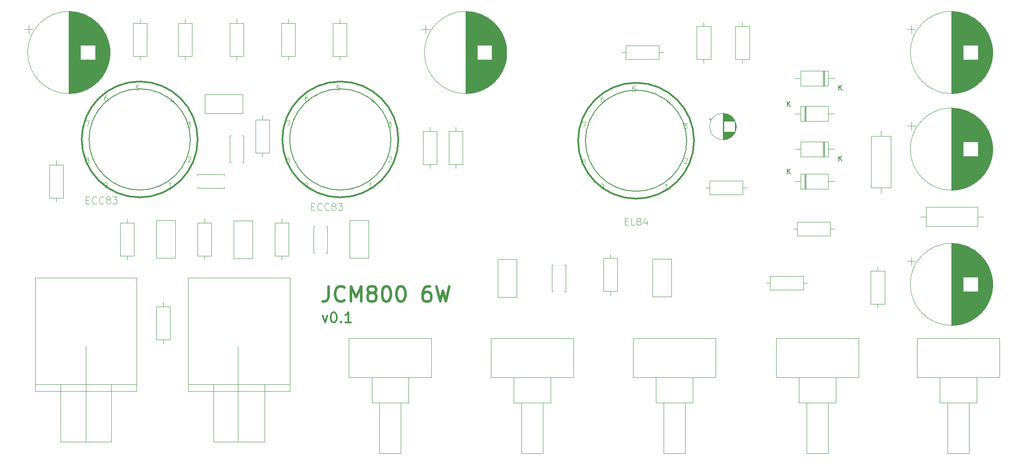
<source format=gbr>
G04 #@! TF.GenerationSoftware,KiCad,Pcbnew,(5.1.4)-1*
G04 #@! TF.CreationDate,2019-10-27T16:09:37+01:00*
G04 #@! TF.ProjectId,JCM800,4a434d38-3030-42e6-9b69-6361645f7063,rev?*
G04 #@! TF.SameCoordinates,Original*
G04 #@! TF.FileFunction,Legend,Top*
G04 #@! TF.FilePolarity,Positive*
%FSLAX46Y46*%
G04 Gerber Fmt 4.6, Leading zero omitted, Abs format (unit mm)*
G04 Created by KiCad (PCBNEW (5.1.4)-1) date 2019-10-27 16:09:37*
%MOMM*%
%LPD*%
G04 APERTURE LIST*
%ADD10C,0.300000*%
%ADD11C,0.500000*%
%ADD12C,0.120000*%
%ADD13C,0.127000*%
%ADD14C,0.304800*%
%ADD15C,0.050000*%
%ADD16C,0.150000*%
G04 APERTURE END LIST*
D10*
X104584857Y-117935428D02*
X105061047Y-119268761D01*
X105537238Y-117935428D01*
X106680095Y-117268761D02*
X106870571Y-117268761D01*
X107061047Y-117364000D01*
X107156285Y-117459238D01*
X107251523Y-117649714D01*
X107346761Y-118030666D01*
X107346761Y-118506857D01*
X107251523Y-118887809D01*
X107156285Y-119078285D01*
X107061047Y-119173523D01*
X106870571Y-119268761D01*
X106680095Y-119268761D01*
X106489619Y-119173523D01*
X106394380Y-119078285D01*
X106299142Y-118887809D01*
X106203904Y-118506857D01*
X106203904Y-118030666D01*
X106299142Y-117649714D01*
X106394380Y-117459238D01*
X106489619Y-117364000D01*
X106680095Y-117268761D01*
X108203904Y-119078285D02*
X108299142Y-119173523D01*
X108203904Y-119268761D01*
X108108666Y-119173523D01*
X108203904Y-119078285D01*
X108203904Y-119268761D01*
X110203904Y-119268761D02*
X109061047Y-119268761D01*
X109632476Y-119268761D02*
X109632476Y-117268761D01*
X109442000Y-117554476D01*
X109251523Y-117744952D01*
X109061047Y-117840190D01*
D11*
X105736857Y-112149142D02*
X105736857Y-114292000D01*
X105594000Y-114720571D01*
X105308285Y-115006285D01*
X104879714Y-115149142D01*
X104594000Y-115149142D01*
X108879714Y-114863428D02*
X108736857Y-115006285D01*
X108308285Y-115149142D01*
X108022571Y-115149142D01*
X107594000Y-115006285D01*
X107308285Y-114720571D01*
X107165428Y-114434857D01*
X107022571Y-113863428D01*
X107022571Y-113434857D01*
X107165428Y-112863428D01*
X107308285Y-112577714D01*
X107594000Y-112292000D01*
X108022571Y-112149142D01*
X108308285Y-112149142D01*
X108736857Y-112292000D01*
X108879714Y-112434857D01*
X110165428Y-115149142D02*
X110165428Y-112149142D01*
X111165428Y-114292000D01*
X112165428Y-112149142D01*
X112165428Y-115149142D01*
X114022571Y-113434857D02*
X113736857Y-113292000D01*
X113594000Y-113149142D01*
X113451142Y-112863428D01*
X113451142Y-112720571D01*
X113594000Y-112434857D01*
X113736857Y-112292000D01*
X114022571Y-112149142D01*
X114594000Y-112149142D01*
X114879714Y-112292000D01*
X115022571Y-112434857D01*
X115165428Y-112720571D01*
X115165428Y-112863428D01*
X115022571Y-113149142D01*
X114879714Y-113292000D01*
X114594000Y-113434857D01*
X114022571Y-113434857D01*
X113736857Y-113577714D01*
X113594000Y-113720571D01*
X113451142Y-114006285D01*
X113451142Y-114577714D01*
X113594000Y-114863428D01*
X113736857Y-115006285D01*
X114022571Y-115149142D01*
X114594000Y-115149142D01*
X114879714Y-115006285D01*
X115022571Y-114863428D01*
X115165428Y-114577714D01*
X115165428Y-114006285D01*
X115022571Y-113720571D01*
X114879714Y-113577714D01*
X114594000Y-113434857D01*
X117022571Y-112149142D02*
X117308285Y-112149142D01*
X117594000Y-112292000D01*
X117736857Y-112434857D01*
X117879714Y-112720571D01*
X118022571Y-113292000D01*
X118022571Y-114006285D01*
X117879714Y-114577714D01*
X117736857Y-114863428D01*
X117594000Y-115006285D01*
X117308285Y-115149142D01*
X117022571Y-115149142D01*
X116736857Y-115006285D01*
X116594000Y-114863428D01*
X116451142Y-114577714D01*
X116308285Y-114006285D01*
X116308285Y-113292000D01*
X116451142Y-112720571D01*
X116594000Y-112434857D01*
X116736857Y-112292000D01*
X117022571Y-112149142D01*
X119879714Y-112149142D02*
X120165428Y-112149142D01*
X120451142Y-112292000D01*
X120594000Y-112434857D01*
X120736857Y-112720571D01*
X120879714Y-113292000D01*
X120879714Y-114006285D01*
X120736857Y-114577714D01*
X120594000Y-114863428D01*
X120451142Y-115006285D01*
X120165428Y-115149142D01*
X119879714Y-115149142D01*
X119594000Y-115006285D01*
X119451142Y-114863428D01*
X119308285Y-114577714D01*
X119165428Y-114006285D01*
X119165428Y-113292000D01*
X119308285Y-112720571D01*
X119451142Y-112434857D01*
X119594000Y-112292000D01*
X119879714Y-112149142D01*
X125736857Y-112149142D02*
X125165428Y-112149142D01*
X124879714Y-112292000D01*
X124736857Y-112434857D01*
X124451142Y-112863428D01*
X124308285Y-113434857D01*
X124308285Y-114577714D01*
X124451142Y-114863428D01*
X124594000Y-115006285D01*
X124879714Y-115149142D01*
X125451142Y-115149142D01*
X125736857Y-115006285D01*
X125879714Y-114863428D01*
X126022571Y-114577714D01*
X126022571Y-113863428D01*
X125879714Y-113577714D01*
X125736857Y-113434857D01*
X125451142Y-113292000D01*
X124879714Y-113292000D01*
X124594000Y-113434857D01*
X124451142Y-113577714D01*
X124308285Y-113863428D01*
X127022571Y-112149142D02*
X127736857Y-115149142D01*
X128308285Y-113006285D01*
X128879714Y-115149142D01*
X129594000Y-112149142D01*
D12*
X87900000Y-124000000D02*
X87900000Y-142800000D01*
X57900000Y-123900000D02*
X57900000Y-142700000D01*
D13*
X118059230Y-83186000D02*
G75*
G03X118059230Y-83186000I-9982230J0D01*
G01*
D14*
X119507000Y-83186000D02*
G75*
G03X119507000Y-83186000I-11430000J0D01*
G01*
D12*
X75530000Y-106550000D02*
X71790000Y-106550000D01*
X75530000Y-99110000D02*
X71790000Y-99110000D01*
X71790000Y-99110000D02*
X71790000Y-106550000D01*
X75530000Y-99110000D02*
X75530000Y-106550000D01*
X79970000Y-90070000D02*
X85210000Y-90070000D01*
X79970000Y-92810000D02*
X85210000Y-92810000D01*
X79970000Y-90070000D02*
X79970000Y-90385000D01*
X79970000Y-92495000D02*
X79970000Y-92810000D01*
X85210000Y-90070000D02*
X85210000Y-90385000D01*
X85210000Y-92495000D02*
X85210000Y-92810000D01*
X90770000Y-99190000D02*
X90770000Y-106630000D01*
X87030000Y-99190000D02*
X87030000Y-106630000D01*
X90770000Y-99190000D02*
X87030000Y-99190000D01*
X90770000Y-106630000D02*
X87030000Y-106630000D01*
X102770000Y-105530000D02*
X102770000Y-100290000D01*
X105510000Y-105530000D02*
X105510000Y-100290000D01*
X102770000Y-105530000D02*
X103085000Y-105530000D01*
X105195000Y-105530000D02*
X105510000Y-105530000D01*
X102770000Y-100290000D02*
X103085000Y-100290000D01*
X105195000Y-100290000D02*
X105510000Y-100290000D01*
X113630000Y-106550000D02*
X109890000Y-106550000D01*
X113630000Y-99110000D02*
X109890000Y-99110000D01*
X109890000Y-99110000D02*
X109890000Y-106550000D01*
X113630000Y-99110000D02*
X113630000Y-106550000D01*
X88850000Y-78070000D02*
X81410000Y-78070000D01*
X88850000Y-74330000D02*
X81410000Y-74330000D01*
X88850000Y-78070000D02*
X88850000Y-74330000D01*
X81410000Y-78070000D02*
X81410000Y-74330000D01*
X236660000Y-111760000D02*
G75*
G03X236660000Y-111760000I-8120000J0D01*
G01*
X228540000Y-103679000D02*
X228540000Y-119841000D01*
X228580000Y-103680000D02*
X228580000Y-119840000D01*
X228620000Y-103680000D02*
X228620000Y-119840000D01*
X228660000Y-103680000D02*
X228660000Y-119840000D01*
X228700000Y-103681000D02*
X228700000Y-119839000D01*
X228740000Y-103682000D02*
X228740000Y-119838000D01*
X228780000Y-103683000D02*
X228780000Y-119837000D01*
X228820000Y-103684000D02*
X228820000Y-119836000D01*
X228860000Y-103686000D02*
X228860000Y-119834000D01*
X228900000Y-103687000D02*
X228900000Y-119833000D01*
X228940000Y-103689000D02*
X228940000Y-119831000D01*
X228980000Y-103691000D02*
X228980000Y-119829000D01*
X229020000Y-103694000D02*
X229020000Y-119826000D01*
X229060000Y-103696000D02*
X229060000Y-119824000D01*
X229100000Y-103699000D02*
X229100000Y-119821000D01*
X229140000Y-103702000D02*
X229140000Y-119818000D01*
X229180000Y-103705000D02*
X229180000Y-119815000D01*
X229220000Y-103708000D02*
X229220000Y-119812000D01*
X229261000Y-103711000D02*
X229261000Y-119809000D01*
X229301000Y-103715000D02*
X229301000Y-119805000D01*
X229341000Y-103719000D02*
X229341000Y-119801000D01*
X229381000Y-103723000D02*
X229381000Y-119797000D01*
X229421000Y-103727000D02*
X229421000Y-119793000D01*
X229461000Y-103732000D02*
X229461000Y-119788000D01*
X229501000Y-103736000D02*
X229501000Y-119784000D01*
X229541000Y-103741000D02*
X229541000Y-119779000D01*
X229581000Y-103746000D02*
X229581000Y-119774000D01*
X229621000Y-103752000D02*
X229621000Y-119768000D01*
X229661000Y-103757000D02*
X229661000Y-119763000D01*
X229701000Y-103763000D02*
X229701000Y-119757000D01*
X229741000Y-103769000D02*
X229741000Y-119751000D01*
X229781000Y-103775000D02*
X229781000Y-119745000D01*
X229821000Y-103781000D02*
X229821000Y-119739000D01*
X229861000Y-103788000D02*
X229861000Y-119732000D01*
X229901000Y-103794000D02*
X229901000Y-119726000D01*
X229941000Y-103801000D02*
X229941000Y-119719000D01*
X229981000Y-103808000D02*
X229981000Y-119712000D01*
X230021000Y-103816000D02*
X230021000Y-119704000D01*
X230061000Y-103823000D02*
X230061000Y-119697000D01*
X230101000Y-103831000D02*
X230101000Y-119689000D01*
X230141000Y-103839000D02*
X230141000Y-119681000D01*
X230181000Y-103847000D02*
X230181000Y-119673000D01*
X230221000Y-103855000D02*
X230221000Y-119665000D01*
X230261000Y-103864000D02*
X230261000Y-119656000D01*
X230301000Y-103873000D02*
X230301000Y-119647000D01*
X230341000Y-103882000D02*
X230341000Y-119638000D01*
X230381000Y-103891000D02*
X230381000Y-119629000D01*
X230421000Y-103900000D02*
X230421000Y-119620000D01*
X230461000Y-103910000D02*
X230461000Y-119610000D01*
X230501000Y-103920000D02*
X230501000Y-119600000D01*
X230541000Y-103930000D02*
X230541000Y-119590000D01*
X230581000Y-103940000D02*
X230581000Y-119580000D01*
X230621000Y-103950000D02*
X230621000Y-119570000D01*
X230661000Y-103961000D02*
X230661000Y-119559000D01*
X230701000Y-103972000D02*
X230701000Y-119548000D01*
X230741000Y-103983000D02*
X230741000Y-119537000D01*
X230781000Y-103995000D02*
X230781000Y-119525000D01*
X230821000Y-104006000D02*
X230821000Y-119514000D01*
X230861000Y-104018000D02*
X230861000Y-110320000D01*
X230861000Y-113200000D02*
X230861000Y-119502000D01*
X230901000Y-104030000D02*
X230901000Y-110320000D01*
X230901000Y-113200000D02*
X230901000Y-119490000D01*
X230941000Y-104042000D02*
X230941000Y-110320000D01*
X230941000Y-113200000D02*
X230941000Y-119478000D01*
X230981000Y-104055000D02*
X230981000Y-110320000D01*
X230981000Y-113200000D02*
X230981000Y-119465000D01*
X231021000Y-104067000D02*
X231021000Y-110320000D01*
X231021000Y-113200000D02*
X231021000Y-119453000D01*
X231061000Y-104080000D02*
X231061000Y-110320000D01*
X231061000Y-113200000D02*
X231061000Y-119440000D01*
X231101000Y-104094000D02*
X231101000Y-110320000D01*
X231101000Y-113200000D02*
X231101000Y-119426000D01*
X231141000Y-104107000D02*
X231141000Y-110320000D01*
X231141000Y-113200000D02*
X231141000Y-119413000D01*
X231181000Y-104121000D02*
X231181000Y-110320000D01*
X231181000Y-113200000D02*
X231181000Y-119399000D01*
X231221000Y-104135000D02*
X231221000Y-110320000D01*
X231221000Y-113200000D02*
X231221000Y-119385000D01*
X231261000Y-104149000D02*
X231261000Y-110320000D01*
X231261000Y-113200000D02*
X231261000Y-119371000D01*
X231301000Y-104163000D02*
X231301000Y-110320000D01*
X231301000Y-113200000D02*
X231301000Y-119357000D01*
X231341000Y-104178000D02*
X231341000Y-110320000D01*
X231341000Y-113200000D02*
X231341000Y-119342000D01*
X231381000Y-104192000D02*
X231381000Y-110320000D01*
X231381000Y-113200000D02*
X231381000Y-119328000D01*
X231421000Y-104207000D02*
X231421000Y-110320000D01*
X231421000Y-113200000D02*
X231421000Y-119313000D01*
X231461000Y-104223000D02*
X231461000Y-110320000D01*
X231461000Y-113200000D02*
X231461000Y-119297000D01*
X231501000Y-104238000D02*
X231501000Y-110320000D01*
X231501000Y-113200000D02*
X231501000Y-119282000D01*
X231541000Y-104254000D02*
X231541000Y-110320000D01*
X231541000Y-113200000D02*
X231541000Y-119266000D01*
X231581000Y-104270000D02*
X231581000Y-110320000D01*
X231581000Y-113200000D02*
X231581000Y-119250000D01*
X231621000Y-104286000D02*
X231621000Y-110320000D01*
X231621000Y-113200000D02*
X231621000Y-119234000D01*
X231661000Y-104303000D02*
X231661000Y-110320000D01*
X231661000Y-113200000D02*
X231661000Y-119217000D01*
X231701000Y-104320000D02*
X231701000Y-110320000D01*
X231701000Y-113200000D02*
X231701000Y-119200000D01*
X231741000Y-104337000D02*
X231741000Y-110320000D01*
X231741000Y-113200000D02*
X231741000Y-119183000D01*
X231781000Y-104354000D02*
X231781000Y-110320000D01*
X231781000Y-113200000D02*
X231781000Y-119166000D01*
X231821000Y-104371000D02*
X231821000Y-110320000D01*
X231821000Y-113200000D02*
X231821000Y-119149000D01*
X231861000Y-104389000D02*
X231861000Y-110320000D01*
X231861000Y-113200000D02*
X231861000Y-119131000D01*
X231901000Y-104407000D02*
X231901000Y-110320000D01*
X231901000Y-113200000D02*
X231901000Y-119113000D01*
X231941000Y-104426000D02*
X231941000Y-110320000D01*
X231941000Y-113200000D02*
X231941000Y-119094000D01*
X231981000Y-104444000D02*
X231981000Y-110320000D01*
X231981000Y-113200000D02*
X231981000Y-119076000D01*
X232021000Y-104463000D02*
X232021000Y-110320000D01*
X232021000Y-113200000D02*
X232021000Y-119057000D01*
X232061000Y-104482000D02*
X232061000Y-110320000D01*
X232061000Y-113200000D02*
X232061000Y-119038000D01*
X232101000Y-104502000D02*
X232101000Y-110320000D01*
X232101000Y-113200000D02*
X232101000Y-119018000D01*
X232141000Y-104521000D02*
X232141000Y-110320000D01*
X232141000Y-113200000D02*
X232141000Y-118999000D01*
X232181000Y-104541000D02*
X232181000Y-110320000D01*
X232181000Y-113200000D02*
X232181000Y-118979000D01*
X232221000Y-104561000D02*
X232221000Y-110320000D01*
X232221000Y-113200000D02*
X232221000Y-118959000D01*
X232261000Y-104582000D02*
X232261000Y-110320000D01*
X232261000Y-113200000D02*
X232261000Y-118938000D01*
X232301000Y-104603000D02*
X232301000Y-110320000D01*
X232301000Y-113200000D02*
X232301000Y-118917000D01*
X232341000Y-104624000D02*
X232341000Y-110320000D01*
X232341000Y-113200000D02*
X232341000Y-118896000D01*
X232381000Y-104645000D02*
X232381000Y-110320000D01*
X232381000Y-113200000D02*
X232381000Y-118875000D01*
X232421000Y-104666000D02*
X232421000Y-110320000D01*
X232421000Y-113200000D02*
X232421000Y-118854000D01*
X232461000Y-104688000D02*
X232461000Y-110320000D01*
X232461000Y-113200000D02*
X232461000Y-118832000D01*
X232501000Y-104711000D02*
X232501000Y-110320000D01*
X232501000Y-113200000D02*
X232501000Y-118809000D01*
X232541000Y-104733000D02*
X232541000Y-110320000D01*
X232541000Y-113200000D02*
X232541000Y-118787000D01*
X232581000Y-104756000D02*
X232581000Y-110320000D01*
X232581000Y-113200000D02*
X232581000Y-118764000D01*
X232621000Y-104779000D02*
X232621000Y-110320000D01*
X232621000Y-113200000D02*
X232621000Y-118741000D01*
X232661000Y-104802000D02*
X232661000Y-110320000D01*
X232661000Y-113200000D02*
X232661000Y-118718000D01*
X232701000Y-104826000D02*
X232701000Y-110320000D01*
X232701000Y-113200000D02*
X232701000Y-118694000D01*
X232741000Y-104850000D02*
X232741000Y-110320000D01*
X232741000Y-113200000D02*
X232741000Y-118670000D01*
X232781000Y-104874000D02*
X232781000Y-110320000D01*
X232781000Y-113200000D02*
X232781000Y-118646000D01*
X232821000Y-104899000D02*
X232821000Y-110320000D01*
X232821000Y-113200000D02*
X232821000Y-118621000D01*
X232861000Y-104924000D02*
X232861000Y-110320000D01*
X232861000Y-113200000D02*
X232861000Y-118596000D01*
X232901000Y-104949000D02*
X232901000Y-110320000D01*
X232901000Y-113200000D02*
X232901000Y-118571000D01*
X232941000Y-104975000D02*
X232941000Y-110320000D01*
X232941000Y-113200000D02*
X232941000Y-118545000D01*
X232981000Y-105001000D02*
X232981000Y-110320000D01*
X232981000Y-113200000D02*
X232981000Y-118519000D01*
X233021000Y-105027000D02*
X233021000Y-110320000D01*
X233021000Y-113200000D02*
X233021000Y-118493000D01*
X233061000Y-105054000D02*
X233061000Y-110320000D01*
X233061000Y-113200000D02*
X233061000Y-118466000D01*
X233101000Y-105081000D02*
X233101000Y-110320000D01*
X233101000Y-113200000D02*
X233101000Y-118439000D01*
X233141000Y-105108000D02*
X233141000Y-110320000D01*
X233141000Y-113200000D02*
X233141000Y-118412000D01*
X233181000Y-105136000D02*
X233181000Y-110320000D01*
X233181000Y-113200000D02*
X233181000Y-118384000D01*
X233221000Y-105164000D02*
X233221000Y-110320000D01*
X233221000Y-113200000D02*
X233221000Y-118356000D01*
X233261000Y-105192000D02*
X233261000Y-110320000D01*
X233261000Y-113200000D02*
X233261000Y-118328000D01*
X233301000Y-105221000D02*
X233301000Y-110320000D01*
X233301000Y-113200000D02*
X233301000Y-118299000D01*
X233341000Y-105250000D02*
X233341000Y-110320000D01*
X233341000Y-113200000D02*
X233341000Y-118270000D01*
X233381000Y-105280000D02*
X233381000Y-110320000D01*
X233381000Y-113200000D02*
X233381000Y-118240000D01*
X233421000Y-105310000D02*
X233421000Y-110320000D01*
X233421000Y-113200000D02*
X233421000Y-118210000D01*
X233461000Y-105340000D02*
X233461000Y-110320000D01*
X233461000Y-113200000D02*
X233461000Y-118180000D01*
X233501000Y-105370000D02*
X233501000Y-110320000D01*
X233501000Y-113200000D02*
X233501000Y-118150000D01*
X233541000Y-105402000D02*
X233541000Y-110320000D01*
X233541000Y-113200000D02*
X233541000Y-118118000D01*
X233581000Y-105433000D02*
X233581000Y-110320000D01*
X233581000Y-113200000D02*
X233581000Y-118087000D01*
X233621000Y-105465000D02*
X233621000Y-110320000D01*
X233621000Y-113200000D02*
X233621000Y-118055000D01*
X233661000Y-105497000D02*
X233661000Y-110320000D01*
X233661000Y-113200000D02*
X233661000Y-118023000D01*
X233701000Y-105530000D02*
X233701000Y-110320000D01*
X233701000Y-113200000D02*
X233701000Y-117990000D01*
X233741000Y-105563000D02*
X233741000Y-117957000D01*
X233781000Y-105597000D02*
X233781000Y-117923000D01*
X233821000Y-105631000D02*
X233821000Y-117889000D01*
X233861000Y-105665000D02*
X233861000Y-117855000D01*
X233901000Y-105700000D02*
X233901000Y-117820000D01*
X233941000Y-105735000D02*
X233941000Y-117785000D01*
X233981000Y-105771000D02*
X233981000Y-117749000D01*
X234021000Y-105808000D02*
X234021000Y-117712000D01*
X234061000Y-105844000D02*
X234061000Y-117676000D01*
X234101000Y-105882000D02*
X234101000Y-117638000D01*
X234141000Y-105920000D02*
X234141000Y-117600000D01*
X234181000Y-105958000D02*
X234181000Y-117562000D01*
X234221000Y-105997000D02*
X234221000Y-117523000D01*
X234261000Y-106036000D02*
X234261000Y-117484000D01*
X234301000Y-106076000D02*
X234301000Y-117444000D01*
X234341000Y-106117000D02*
X234341000Y-117403000D01*
X234381000Y-106158000D02*
X234381000Y-117362000D01*
X234421000Y-106200000D02*
X234421000Y-117320000D01*
X234461000Y-106242000D02*
X234461000Y-117278000D01*
X234501000Y-106285000D02*
X234501000Y-117235000D01*
X234541000Y-106328000D02*
X234541000Y-117192000D01*
X234581000Y-106372000D02*
X234581000Y-117148000D01*
X234621000Y-106417000D02*
X234621000Y-117103000D01*
X234661000Y-106463000D02*
X234661000Y-117057000D01*
X234701000Y-106509000D02*
X234701000Y-117011000D01*
X234741000Y-106556000D02*
X234741000Y-116964000D01*
X234781000Y-106604000D02*
X234781000Y-116916000D01*
X234821000Y-106652000D02*
X234821000Y-116868000D01*
X234861000Y-106701000D02*
X234861000Y-116819000D01*
X234901000Y-106751000D02*
X234901000Y-116769000D01*
X234941000Y-106802000D02*
X234941000Y-116718000D01*
X234981000Y-106854000D02*
X234981000Y-116666000D01*
X235021000Y-106906000D02*
X235021000Y-116614000D01*
X235061000Y-106960000D02*
X235061000Y-116560000D01*
X235101000Y-107014000D02*
X235101000Y-116506000D01*
X235141000Y-107069000D02*
X235141000Y-116451000D01*
X235181000Y-107126000D02*
X235181000Y-116394000D01*
X235221000Y-107183000D02*
X235221000Y-116337000D01*
X235261000Y-107241000D02*
X235261000Y-116279000D01*
X235301000Y-107301000D02*
X235301000Y-116219000D01*
X235341000Y-107362000D02*
X235341000Y-116158000D01*
X235381000Y-107424000D02*
X235381000Y-116096000D01*
X235421000Y-107487000D02*
X235421000Y-116033000D01*
X235461000Y-107551000D02*
X235461000Y-115969000D01*
X235501000Y-107617000D02*
X235501000Y-115903000D01*
X235541000Y-107684000D02*
X235541000Y-115836000D01*
X235581000Y-107753000D02*
X235581000Y-115767000D01*
X235621000Y-107824000D02*
X235621000Y-115696000D01*
X235661000Y-107896000D02*
X235661000Y-115624000D01*
X235701000Y-107970000D02*
X235701000Y-115550000D01*
X235741000Y-108045000D02*
X235741000Y-115475000D01*
X235781000Y-108123000D02*
X235781000Y-115397000D01*
X235821000Y-108203000D02*
X235821000Y-115317000D01*
X235861000Y-108285000D02*
X235861000Y-115235000D01*
X235901000Y-108370000D02*
X235901000Y-115150000D01*
X235941000Y-108457000D02*
X235941000Y-115063000D01*
X235981000Y-108547000D02*
X235981000Y-114973000D01*
X236021000Y-108640000D02*
X236021000Y-114880000D01*
X236061000Y-108736000D02*
X236061000Y-114784000D01*
X236101000Y-108836000D02*
X236101000Y-114684000D01*
X236141000Y-108940000D02*
X236141000Y-114580000D01*
X236181000Y-109049000D02*
X236181000Y-114471000D01*
X236221000Y-109163000D02*
X236221000Y-114357000D01*
X236261000Y-109282000D02*
X236261000Y-114238000D01*
X236301000Y-109409000D02*
X236301000Y-114111000D01*
X236341000Y-109542000D02*
X236341000Y-113978000D01*
X236381000Y-109686000D02*
X236381000Y-113834000D01*
X236421000Y-109840000D02*
X236421000Y-113680000D01*
X236461000Y-110008000D02*
X236461000Y-113512000D01*
X236501000Y-110196000D02*
X236501000Y-113324000D01*
X236541000Y-110409000D02*
X236541000Y-113111000D01*
X236581000Y-110662000D02*
X236581000Y-112858000D01*
X236621000Y-110995000D02*
X236621000Y-112525000D01*
X219850509Y-107205000D02*
X221450509Y-107205000D01*
X220650509Y-106405000D02*
X220650509Y-108005000D01*
X62670000Y-66040000D02*
G75*
G03X62670000Y-66040000I-8120000J0D01*
G01*
X54550000Y-57959000D02*
X54550000Y-74121000D01*
X54590000Y-57960000D02*
X54590000Y-74120000D01*
X54630000Y-57960000D02*
X54630000Y-74120000D01*
X54670000Y-57960000D02*
X54670000Y-74120000D01*
X54710000Y-57961000D02*
X54710000Y-74119000D01*
X54750000Y-57962000D02*
X54750000Y-74118000D01*
X54790000Y-57963000D02*
X54790000Y-74117000D01*
X54830000Y-57964000D02*
X54830000Y-74116000D01*
X54870000Y-57966000D02*
X54870000Y-74114000D01*
X54910000Y-57967000D02*
X54910000Y-74113000D01*
X54950000Y-57969000D02*
X54950000Y-74111000D01*
X54990000Y-57971000D02*
X54990000Y-74109000D01*
X55030000Y-57974000D02*
X55030000Y-74106000D01*
X55070000Y-57976000D02*
X55070000Y-74104000D01*
X55110000Y-57979000D02*
X55110000Y-74101000D01*
X55150000Y-57982000D02*
X55150000Y-74098000D01*
X55190000Y-57985000D02*
X55190000Y-74095000D01*
X55230000Y-57988000D02*
X55230000Y-74092000D01*
X55271000Y-57991000D02*
X55271000Y-74089000D01*
X55311000Y-57995000D02*
X55311000Y-74085000D01*
X55351000Y-57999000D02*
X55351000Y-74081000D01*
X55391000Y-58003000D02*
X55391000Y-74077000D01*
X55431000Y-58007000D02*
X55431000Y-74073000D01*
X55471000Y-58012000D02*
X55471000Y-74068000D01*
X55511000Y-58016000D02*
X55511000Y-74064000D01*
X55551000Y-58021000D02*
X55551000Y-74059000D01*
X55591000Y-58026000D02*
X55591000Y-74054000D01*
X55631000Y-58032000D02*
X55631000Y-74048000D01*
X55671000Y-58037000D02*
X55671000Y-74043000D01*
X55711000Y-58043000D02*
X55711000Y-74037000D01*
X55751000Y-58049000D02*
X55751000Y-74031000D01*
X55791000Y-58055000D02*
X55791000Y-74025000D01*
X55831000Y-58061000D02*
X55831000Y-74019000D01*
X55871000Y-58068000D02*
X55871000Y-74012000D01*
X55911000Y-58074000D02*
X55911000Y-74006000D01*
X55951000Y-58081000D02*
X55951000Y-73999000D01*
X55991000Y-58088000D02*
X55991000Y-73992000D01*
X56031000Y-58096000D02*
X56031000Y-73984000D01*
X56071000Y-58103000D02*
X56071000Y-73977000D01*
X56111000Y-58111000D02*
X56111000Y-73969000D01*
X56151000Y-58119000D02*
X56151000Y-73961000D01*
X56191000Y-58127000D02*
X56191000Y-73953000D01*
X56231000Y-58135000D02*
X56231000Y-73945000D01*
X56271000Y-58144000D02*
X56271000Y-73936000D01*
X56311000Y-58153000D02*
X56311000Y-73927000D01*
X56351000Y-58162000D02*
X56351000Y-73918000D01*
X56391000Y-58171000D02*
X56391000Y-73909000D01*
X56431000Y-58180000D02*
X56431000Y-73900000D01*
X56471000Y-58190000D02*
X56471000Y-73890000D01*
X56511000Y-58200000D02*
X56511000Y-73880000D01*
X56551000Y-58210000D02*
X56551000Y-73870000D01*
X56591000Y-58220000D02*
X56591000Y-73860000D01*
X56631000Y-58230000D02*
X56631000Y-73850000D01*
X56671000Y-58241000D02*
X56671000Y-73839000D01*
X56711000Y-58252000D02*
X56711000Y-73828000D01*
X56751000Y-58263000D02*
X56751000Y-73817000D01*
X56791000Y-58275000D02*
X56791000Y-73805000D01*
X56831000Y-58286000D02*
X56831000Y-73794000D01*
X56871000Y-58298000D02*
X56871000Y-64600000D01*
X56871000Y-67480000D02*
X56871000Y-73782000D01*
X56911000Y-58310000D02*
X56911000Y-64600000D01*
X56911000Y-67480000D02*
X56911000Y-73770000D01*
X56951000Y-58322000D02*
X56951000Y-64600000D01*
X56951000Y-67480000D02*
X56951000Y-73758000D01*
X56991000Y-58335000D02*
X56991000Y-64600000D01*
X56991000Y-67480000D02*
X56991000Y-73745000D01*
X57031000Y-58347000D02*
X57031000Y-64600000D01*
X57031000Y-67480000D02*
X57031000Y-73733000D01*
X57071000Y-58360000D02*
X57071000Y-64600000D01*
X57071000Y-67480000D02*
X57071000Y-73720000D01*
X57111000Y-58374000D02*
X57111000Y-64600000D01*
X57111000Y-67480000D02*
X57111000Y-73706000D01*
X57151000Y-58387000D02*
X57151000Y-64600000D01*
X57151000Y-67480000D02*
X57151000Y-73693000D01*
X57191000Y-58401000D02*
X57191000Y-64600000D01*
X57191000Y-67480000D02*
X57191000Y-73679000D01*
X57231000Y-58415000D02*
X57231000Y-64600000D01*
X57231000Y-67480000D02*
X57231000Y-73665000D01*
X57271000Y-58429000D02*
X57271000Y-64600000D01*
X57271000Y-67480000D02*
X57271000Y-73651000D01*
X57311000Y-58443000D02*
X57311000Y-64600000D01*
X57311000Y-67480000D02*
X57311000Y-73637000D01*
X57351000Y-58458000D02*
X57351000Y-64600000D01*
X57351000Y-67480000D02*
X57351000Y-73622000D01*
X57391000Y-58472000D02*
X57391000Y-64600000D01*
X57391000Y-67480000D02*
X57391000Y-73608000D01*
X57431000Y-58487000D02*
X57431000Y-64600000D01*
X57431000Y-67480000D02*
X57431000Y-73593000D01*
X57471000Y-58503000D02*
X57471000Y-64600000D01*
X57471000Y-67480000D02*
X57471000Y-73577000D01*
X57511000Y-58518000D02*
X57511000Y-64600000D01*
X57511000Y-67480000D02*
X57511000Y-73562000D01*
X57551000Y-58534000D02*
X57551000Y-64600000D01*
X57551000Y-67480000D02*
X57551000Y-73546000D01*
X57591000Y-58550000D02*
X57591000Y-64600000D01*
X57591000Y-67480000D02*
X57591000Y-73530000D01*
X57631000Y-58566000D02*
X57631000Y-64600000D01*
X57631000Y-67480000D02*
X57631000Y-73514000D01*
X57671000Y-58583000D02*
X57671000Y-64600000D01*
X57671000Y-67480000D02*
X57671000Y-73497000D01*
X57711000Y-58600000D02*
X57711000Y-64600000D01*
X57711000Y-67480000D02*
X57711000Y-73480000D01*
X57751000Y-58617000D02*
X57751000Y-64600000D01*
X57751000Y-67480000D02*
X57751000Y-73463000D01*
X57791000Y-58634000D02*
X57791000Y-64600000D01*
X57791000Y-67480000D02*
X57791000Y-73446000D01*
X57831000Y-58651000D02*
X57831000Y-64600000D01*
X57831000Y-67480000D02*
X57831000Y-73429000D01*
X57871000Y-58669000D02*
X57871000Y-64600000D01*
X57871000Y-67480000D02*
X57871000Y-73411000D01*
X57911000Y-58687000D02*
X57911000Y-64600000D01*
X57911000Y-67480000D02*
X57911000Y-73393000D01*
X57951000Y-58706000D02*
X57951000Y-64600000D01*
X57951000Y-67480000D02*
X57951000Y-73374000D01*
X57991000Y-58724000D02*
X57991000Y-64600000D01*
X57991000Y-67480000D02*
X57991000Y-73356000D01*
X58031000Y-58743000D02*
X58031000Y-64600000D01*
X58031000Y-67480000D02*
X58031000Y-73337000D01*
X58071000Y-58762000D02*
X58071000Y-64600000D01*
X58071000Y-67480000D02*
X58071000Y-73318000D01*
X58111000Y-58782000D02*
X58111000Y-64600000D01*
X58111000Y-67480000D02*
X58111000Y-73298000D01*
X58151000Y-58801000D02*
X58151000Y-64600000D01*
X58151000Y-67480000D02*
X58151000Y-73279000D01*
X58191000Y-58821000D02*
X58191000Y-64600000D01*
X58191000Y-67480000D02*
X58191000Y-73259000D01*
X58231000Y-58841000D02*
X58231000Y-64600000D01*
X58231000Y-67480000D02*
X58231000Y-73239000D01*
X58271000Y-58862000D02*
X58271000Y-64600000D01*
X58271000Y-67480000D02*
X58271000Y-73218000D01*
X58311000Y-58883000D02*
X58311000Y-64600000D01*
X58311000Y-67480000D02*
X58311000Y-73197000D01*
X58351000Y-58904000D02*
X58351000Y-64600000D01*
X58351000Y-67480000D02*
X58351000Y-73176000D01*
X58391000Y-58925000D02*
X58391000Y-64600000D01*
X58391000Y-67480000D02*
X58391000Y-73155000D01*
X58431000Y-58946000D02*
X58431000Y-64600000D01*
X58431000Y-67480000D02*
X58431000Y-73134000D01*
X58471000Y-58968000D02*
X58471000Y-64600000D01*
X58471000Y-67480000D02*
X58471000Y-73112000D01*
X58511000Y-58991000D02*
X58511000Y-64600000D01*
X58511000Y-67480000D02*
X58511000Y-73089000D01*
X58551000Y-59013000D02*
X58551000Y-64600000D01*
X58551000Y-67480000D02*
X58551000Y-73067000D01*
X58591000Y-59036000D02*
X58591000Y-64600000D01*
X58591000Y-67480000D02*
X58591000Y-73044000D01*
X58631000Y-59059000D02*
X58631000Y-64600000D01*
X58631000Y-67480000D02*
X58631000Y-73021000D01*
X58671000Y-59082000D02*
X58671000Y-64600000D01*
X58671000Y-67480000D02*
X58671000Y-72998000D01*
X58711000Y-59106000D02*
X58711000Y-64600000D01*
X58711000Y-67480000D02*
X58711000Y-72974000D01*
X58751000Y-59130000D02*
X58751000Y-64600000D01*
X58751000Y-67480000D02*
X58751000Y-72950000D01*
X58791000Y-59154000D02*
X58791000Y-64600000D01*
X58791000Y-67480000D02*
X58791000Y-72926000D01*
X58831000Y-59179000D02*
X58831000Y-64600000D01*
X58831000Y-67480000D02*
X58831000Y-72901000D01*
X58871000Y-59204000D02*
X58871000Y-64600000D01*
X58871000Y-67480000D02*
X58871000Y-72876000D01*
X58911000Y-59229000D02*
X58911000Y-64600000D01*
X58911000Y-67480000D02*
X58911000Y-72851000D01*
X58951000Y-59255000D02*
X58951000Y-64600000D01*
X58951000Y-67480000D02*
X58951000Y-72825000D01*
X58991000Y-59281000D02*
X58991000Y-64600000D01*
X58991000Y-67480000D02*
X58991000Y-72799000D01*
X59031000Y-59307000D02*
X59031000Y-64600000D01*
X59031000Y-67480000D02*
X59031000Y-72773000D01*
X59071000Y-59334000D02*
X59071000Y-64600000D01*
X59071000Y-67480000D02*
X59071000Y-72746000D01*
X59111000Y-59361000D02*
X59111000Y-64600000D01*
X59111000Y-67480000D02*
X59111000Y-72719000D01*
X59151000Y-59388000D02*
X59151000Y-64600000D01*
X59151000Y-67480000D02*
X59151000Y-72692000D01*
X59191000Y-59416000D02*
X59191000Y-64600000D01*
X59191000Y-67480000D02*
X59191000Y-72664000D01*
X59231000Y-59444000D02*
X59231000Y-64600000D01*
X59231000Y-67480000D02*
X59231000Y-72636000D01*
X59271000Y-59472000D02*
X59271000Y-64600000D01*
X59271000Y-67480000D02*
X59271000Y-72608000D01*
X59311000Y-59501000D02*
X59311000Y-64600000D01*
X59311000Y-67480000D02*
X59311000Y-72579000D01*
X59351000Y-59530000D02*
X59351000Y-64600000D01*
X59351000Y-67480000D02*
X59351000Y-72550000D01*
X59391000Y-59560000D02*
X59391000Y-64600000D01*
X59391000Y-67480000D02*
X59391000Y-72520000D01*
X59431000Y-59590000D02*
X59431000Y-64600000D01*
X59431000Y-67480000D02*
X59431000Y-72490000D01*
X59471000Y-59620000D02*
X59471000Y-64600000D01*
X59471000Y-67480000D02*
X59471000Y-72460000D01*
X59511000Y-59650000D02*
X59511000Y-64600000D01*
X59511000Y-67480000D02*
X59511000Y-72430000D01*
X59551000Y-59682000D02*
X59551000Y-64600000D01*
X59551000Y-67480000D02*
X59551000Y-72398000D01*
X59591000Y-59713000D02*
X59591000Y-64600000D01*
X59591000Y-67480000D02*
X59591000Y-72367000D01*
X59631000Y-59745000D02*
X59631000Y-64600000D01*
X59631000Y-67480000D02*
X59631000Y-72335000D01*
X59671000Y-59777000D02*
X59671000Y-64600000D01*
X59671000Y-67480000D02*
X59671000Y-72303000D01*
X59711000Y-59810000D02*
X59711000Y-64600000D01*
X59711000Y-67480000D02*
X59711000Y-72270000D01*
X59751000Y-59843000D02*
X59751000Y-72237000D01*
X59791000Y-59877000D02*
X59791000Y-72203000D01*
X59831000Y-59911000D02*
X59831000Y-72169000D01*
X59871000Y-59945000D02*
X59871000Y-72135000D01*
X59911000Y-59980000D02*
X59911000Y-72100000D01*
X59951000Y-60015000D02*
X59951000Y-72065000D01*
X59991000Y-60051000D02*
X59991000Y-72029000D01*
X60031000Y-60088000D02*
X60031000Y-71992000D01*
X60071000Y-60124000D02*
X60071000Y-71956000D01*
X60111000Y-60162000D02*
X60111000Y-71918000D01*
X60151000Y-60200000D02*
X60151000Y-71880000D01*
X60191000Y-60238000D02*
X60191000Y-71842000D01*
X60231000Y-60277000D02*
X60231000Y-71803000D01*
X60271000Y-60316000D02*
X60271000Y-71764000D01*
X60311000Y-60356000D02*
X60311000Y-71724000D01*
X60351000Y-60397000D02*
X60351000Y-71683000D01*
X60391000Y-60438000D02*
X60391000Y-71642000D01*
X60431000Y-60480000D02*
X60431000Y-71600000D01*
X60471000Y-60522000D02*
X60471000Y-71558000D01*
X60511000Y-60565000D02*
X60511000Y-71515000D01*
X60551000Y-60608000D02*
X60551000Y-71472000D01*
X60591000Y-60652000D02*
X60591000Y-71428000D01*
X60631000Y-60697000D02*
X60631000Y-71383000D01*
X60671000Y-60743000D02*
X60671000Y-71337000D01*
X60711000Y-60789000D02*
X60711000Y-71291000D01*
X60751000Y-60836000D02*
X60751000Y-71244000D01*
X60791000Y-60884000D02*
X60791000Y-71196000D01*
X60831000Y-60932000D02*
X60831000Y-71148000D01*
X60871000Y-60981000D02*
X60871000Y-71099000D01*
X60911000Y-61031000D02*
X60911000Y-71049000D01*
X60951000Y-61082000D02*
X60951000Y-70998000D01*
X60991000Y-61134000D02*
X60991000Y-70946000D01*
X61031000Y-61186000D02*
X61031000Y-70894000D01*
X61071000Y-61240000D02*
X61071000Y-70840000D01*
X61111000Y-61294000D02*
X61111000Y-70786000D01*
X61151000Y-61349000D02*
X61151000Y-70731000D01*
X61191000Y-61406000D02*
X61191000Y-70674000D01*
X61231000Y-61463000D02*
X61231000Y-70617000D01*
X61271000Y-61521000D02*
X61271000Y-70559000D01*
X61311000Y-61581000D02*
X61311000Y-70499000D01*
X61351000Y-61642000D02*
X61351000Y-70438000D01*
X61391000Y-61704000D02*
X61391000Y-70376000D01*
X61431000Y-61767000D02*
X61431000Y-70313000D01*
X61471000Y-61831000D02*
X61471000Y-70249000D01*
X61511000Y-61897000D02*
X61511000Y-70183000D01*
X61551000Y-61964000D02*
X61551000Y-70116000D01*
X61591000Y-62033000D02*
X61591000Y-70047000D01*
X61631000Y-62104000D02*
X61631000Y-69976000D01*
X61671000Y-62176000D02*
X61671000Y-69904000D01*
X61711000Y-62250000D02*
X61711000Y-69830000D01*
X61751000Y-62325000D02*
X61751000Y-69755000D01*
X61791000Y-62403000D02*
X61791000Y-69677000D01*
X61831000Y-62483000D02*
X61831000Y-69597000D01*
X61871000Y-62565000D02*
X61871000Y-69515000D01*
X61911000Y-62650000D02*
X61911000Y-69430000D01*
X61951000Y-62737000D02*
X61951000Y-69343000D01*
X61991000Y-62827000D02*
X61991000Y-69253000D01*
X62031000Y-62920000D02*
X62031000Y-69160000D01*
X62071000Y-63016000D02*
X62071000Y-69064000D01*
X62111000Y-63116000D02*
X62111000Y-68964000D01*
X62151000Y-63220000D02*
X62151000Y-68860000D01*
X62191000Y-63329000D02*
X62191000Y-68751000D01*
X62231000Y-63443000D02*
X62231000Y-68637000D01*
X62271000Y-63562000D02*
X62271000Y-68518000D01*
X62311000Y-63689000D02*
X62311000Y-68391000D01*
X62351000Y-63822000D02*
X62351000Y-68258000D01*
X62391000Y-63966000D02*
X62391000Y-68114000D01*
X62431000Y-64120000D02*
X62431000Y-67960000D01*
X62471000Y-64288000D02*
X62471000Y-67792000D01*
X62511000Y-64476000D02*
X62511000Y-67604000D01*
X62551000Y-64689000D02*
X62551000Y-67391000D01*
X62591000Y-64942000D02*
X62591000Y-67138000D01*
X62631000Y-65275000D02*
X62631000Y-66805000D01*
X45860509Y-61485000D02*
X47460509Y-61485000D01*
X46660509Y-60685000D02*
X46660509Y-62285000D01*
X124885509Y-60685000D02*
X124885509Y-62285000D01*
X124085509Y-61485000D02*
X125685509Y-61485000D01*
X140856000Y-65275000D02*
X140856000Y-66805000D01*
X140816000Y-64942000D02*
X140816000Y-67138000D01*
X140776000Y-64689000D02*
X140776000Y-67391000D01*
X140736000Y-64476000D02*
X140736000Y-67604000D01*
X140696000Y-64288000D02*
X140696000Y-67792000D01*
X140656000Y-64120000D02*
X140656000Y-67960000D01*
X140616000Y-63966000D02*
X140616000Y-68114000D01*
X140576000Y-63822000D02*
X140576000Y-68258000D01*
X140536000Y-63689000D02*
X140536000Y-68391000D01*
X140496000Y-63562000D02*
X140496000Y-68518000D01*
X140456000Y-63443000D02*
X140456000Y-68637000D01*
X140416000Y-63329000D02*
X140416000Y-68751000D01*
X140376000Y-63220000D02*
X140376000Y-68860000D01*
X140336000Y-63116000D02*
X140336000Y-68964000D01*
X140296000Y-63016000D02*
X140296000Y-69064000D01*
X140256000Y-62920000D02*
X140256000Y-69160000D01*
X140216000Y-62827000D02*
X140216000Y-69253000D01*
X140176000Y-62737000D02*
X140176000Y-69343000D01*
X140136000Y-62650000D02*
X140136000Y-69430000D01*
X140096000Y-62565000D02*
X140096000Y-69515000D01*
X140056000Y-62483000D02*
X140056000Y-69597000D01*
X140016000Y-62403000D02*
X140016000Y-69677000D01*
X139976000Y-62325000D02*
X139976000Y-69755000D01*
X139936000Y-62250000D02*
X139936000Y-69830000D01*
X139896000Y-62176000D02*
X139896000Y-69904000D01*
X139856000Y-62104000D02*
X139856000Y-69976000D01*
X139816000Y-62033000D02*
X139816000Y-70047000D01*
X139776000Y-61964000D02*
X139776000Y-70116000D01*
X139736000Y-61897000D02*
X139736000Y-70183000D01*
X139696000Y-61831000D02*
X139696000Y-70249000D01*
X139656000Y-61767000D02*
X139656000Y-70313000D01*
X139616000Y-61704000D02*
X139616000Y-70376000D01*
X139576000Y-61642000D02*
X139576000Y-70438000D01*
X139536000Y-61581000D02*
X139536000Y-70499000D01*
X139496000Y-61521000D02*
X139496000Y-70559000D01*
X139456000Y-61463000D02*
X139456000Y-70617000D01*
X139416000Y-61406000D02*
X139416000Y-70674000D01*
X139376000Y-61349000D02*
X139376000Y-70731000D01*
X139336000Y-61294000D02*
X139336000Y-70786000D01*
X139296000Y-61240000D02*
X139296000Y-70840000D01*
X139256000Y-61186000D02*
X139256000Y-70894000D01*
X139216000Y-61134000D02*
X139216000Y-70946000D01*
X139176000Y-61082000D02*
X139176000Y-70998000D01*
X139136000Y-61031000D02*
X139136000Y-71049000D01*
X139096000Y-60981000D02*
X139096000Y-71099000D01*
X139056000Y-60932000D02*
X139056000Y-71148000D01*
X139016000Y-60884000D02*
X139016000Y-71196000D01*
X138976000Y-60836000D02*
X138976000Y-71244000D01*
X138936000Y-60789000D02*
X138936000Y-71291000D01*
X138896000Y-60743000D02*
X138896000Y-71337000D01*
X138856000Y-60697000D02*
X138856000Y-71383000D01*
X138816000Y-60652000D02*
X138816000Y-71428000D01*
X138776000Y-60608000D02*
X138776000Y-71472000D01*
X138736000Y-60565000D02*
X138736000Y-71515000D01*
X138696000Y-60522000D02*
X138696000Y-71558000D01*
X138656000Y-60480000D02*
X138656000Y-71600000D01*
X138616000Y-60438000D02*
X138616000Y-71642000D01*
X138576000Y-60397000D02*
X138576000Y-71683000D01*
X138536000Y-60356000D02*
X138536000Y-71724000D01*
X138496000Y-60316000D02*
X138496000Y-71764000D01*
X138456000Y-60277000D02*
X138456000Y-71803000D01*
X138416000Y-60238000D02*
X138416000Y-71842000D01*
X138376000Y-60200000D02*
X138376000Y-71880000D01*
X138336000Y-60162000D02*
X138336000Y-71918000D01*
X138296000Y-60124000D02*
X138296000Y-71956000D01*
X138256000Y-60088000D02*
X138256000Y-71992000D01*
X138216000Y-60051000D02*
X138216000Y-72029000D01*
X138176000Y-60015000D02*
X138176000Y-72065000D01*
X138136000Y-59980000D02*
X138136000Y-72100000D01*
X138096000Y-59945000D02*
X138096000Y-72135000D01*
X138056000Y-59911000D02*
X138056000Y-72169000D01*
X138016000Y-59877000D02*
X138016000Y-72203000D01*
X137976000Y-59843000D02*
X137976000Y-72237000D01*
X137936000Y-67480000D02*
X137936000Y-72270000D01*
X137936000Y-59810000D02*
X137936000Y-64600000D01*
X137896000Y-67480000D02*
X137896000Y-72303000D01*
X137896000Y-59777000D02*
X137896000Y-64600000D01*
X137856000Y-67480000D02*
X137856000Y-72335000D01*
X137856000Y-59745000D02*
X137856000Y-64600000D01*
X137816000Y-67480000D02*
X137816000Y-72367000D01*
X137816000Y-59713000D02*
X137816000Y-64600000D01*
X137776000Y-67480000D02*
X137776000Y-72398000D01*
X137776000Y-59682000D02*
X137776000Y-64600000D01*
X137736000Y-67480000D02*
X137736000Y-72430000D01*
X137736000Y-59650000D02*
X137736000Y-64600000D01*
X137696000Y-67480000D02*
X137696000Y-72460000D01*
X137696000Y-59620000D02*
X137696000Y-64600000D01*
X137656000Y-67480000D02*
X137656000Y-72490000D01*
X137656000Y-59590000D02*
X137656000Y-64600000D01*
X137616000Y-67480000D02*
X137616000Y-72520000D01*
X137616000Y-59560000D02*
X137616000Y-64600000D01*
X137576000Y-67480000D02*
X137576000Y-72550000D01*
X137576000Y-59530000D02*
X137576000Y-64600000D01*
X137536000Y-67480000D02*
X137536000Y-72579000D01*
X137536000Y-59501000D02*
X137536000Y-64600000D01*
X137496000Y-67480000D02*
X137496000Y-72608000D01*
X137496000Y-59472000D02*
X137496000Y-64600000D01*
X137456000Y-67480000D02*
X137456000Y-72636000D01*
X137456000Y-59444000D02*
X137456000Y-64600000D01*
X137416000Y-67480000D02*
X137416000Y-72664000D01*
X137416000Y-59416000D02*
X137416000Y-64600000D01*
X137376000Y-67480000D02*
X137376000Y-72692000D01*
X137376000Y-59388000D02*
X137376000Y-64600000D01*
X137336000Y-67480000D02*
X137336000Y-72719000D01*
X137336000Y-59361000D02*
X137336000Y-64600000D01*
X137296000Y-67480000D02*
X137296000Y-72746000D01*
X137296000Y-59334000D02*
X137296000Y-64600000D01*
X137256000Y-67480000D02*
X137256000Y-72773000D01*
X137256000Y-59307000D02*
X137256000Y-64600000D01*
X137216000Y-67480000D02*
X137216000Y-72799000D01*
X137216000Y-59281000D02*
X137216000Y-64600000D01*
X137176000Y-67480000D02*
X137176000Y-72825000D01*
X137176000Y-59255000D02*
X137176000Y-64600000D01*
X137136000Y-67480000D02*
X137136000Y-72851000D01*
X137136000Y-59229000D02*
X137136000Y-64600000D01*
X137096000Y-67480000D02*
X137096000Y-72876000D01*
X137096000Y-59204000D02*
X137096000Y-64600000D01*
X137056000Y-67480000D02*
X137056000Y-72901000D01*
X137056000Y-59179000D02*
X137056000Y-64600000D01*
X137016000Y-67480000D02*
X137016000Y-72926000D01*
X137016000Y-59154000D02*
X137016000Y-64600000D01*
X136976000Y-67480000D02*
X136976000Y-72950000D01*
X136976000Y-59130000D02*
X136976000Y-64600000D01*
X136936000Y-67480000D02*
X136936000Y-72974000D01*
X136936000Y-59106000D02*
X136936000Y-64600000D01*
X136896000Y-67480000D02*
X136896000Y-72998000D01*
X136896000Y-59082000D02*
X136896000Y-64600000D01*
X136856000Y-67480000D02*
X136856000Y-73021000D01*
X136856000Y-59059000D02*
X136856000Y-64600000D01*
X136816000Y-67480000D02*
X136816000Y-73044000D01*
X136816000Y-59036000D02*
X136816000Y-64600000D01*
X136776000Y-67480000D02*
X136776000Y-73067000D01*
X136776000Y-59013000D02*
X136776000Y-64600000D01*
X136736000Y-67480000D02*
X136736000Y-73089000D01*
X136736000Y-58991000D02*
X136736000Y-64600000D01*
X136696000Y-67480000D02*
X136696000Y-73112000D01*
X136696000Y-58968000D02*
X136696000Y-64600000D01*
X136656000Y-67480000D02*
X136656000Y-73134000D01*
X136656000Y-58946000D02*
X136656000Y-64600000D01*
X136616000Y-67480000D02*
X136616000Y-73155000D01*
X136616000Y-58925000D02*
X136616000Y-64600000D01*
X136576000Y-67480000D02*
X136576000Y-73176000D01*
X136576000Y-58904000D02*
X136576000Y-64600000D01*
X136536000Y-67480000D02*
X136536000Y-73197000D01*
X136536000Y-58883000D02*
X136536000Y-64600000D01*
X136496000Y-67480000D02*
X136496000Y-73218000D01*
X136496000Y-58862000D02*
X136496000Y-64600000D01*
X136456000Y-67480000D02*
X136456000Y-73239000D01*
X136456000Y-58841000D02*
X136456000Y-64600000D01*
X136416000Y-67480000D02*
X136416000Y-73259000D01*
X136416000Y-58821000D02*
X136416000Y-64600000D01*
X136376000Y-67480000D02*
X136376000Y-73279000D01*
X136376000Y-58801000D02*
X136376000Y-64600000D01*
X136336000Y-67480000D02*
X136336000Y-73298000D01*
X136336000Y-58782000D02*
X136336000Y-64600000D01*
X136296000Y-67480000D02*
X136296000Y-73318000D01*
X136296000Y-58762000D02*
X136296000Y-64600000D01*
X136256000Y-67480000D02*
X136256000Y-73337000D01*
X136256000Y-58743000D02*
X136256000Y-64600000D01*
X136216000Y-67480000D02*
X136216000Y-73356000D01*
X136216000Y-58724000D02*
X136216000Y-64600000D01*
X136176000Y-67480000D02*
X136176000Y-73374000D01*
X136176000Y-58706000D02*
X136176000Y-64600000D01*
X136136000Y-67480000D02*
X136136000Y-73393000D01*
X136136000Y-58687000D02*
X136136000Y-64600000D01*
X136096000Y-67480000D02*
X136096000Y-73411000D01*
X136096000Y-58669000D02*
X136096000Y-64600000D01*
X136056000Y-67480000D02*
X136056000Y-73429000D01*
X136056000Y-58651000D02*
X136056000Y-64600000D01*
X136016000Y-67480000D02*
X136016000Y-73446000D01*
X136016000Y-58634000D02*
X136016000Y-64600000D01*
X135976000Y-67480000D02*
X135976000Y-73463000D01*
X135976000Y-58617000D02*
X135976000Y-64600000D01*
X135936000Y-67480000D02*
X135936000Y-73480000D01*
X135936000Y-58600000D02*
X135936000Y-64600000D01*
X135896000Y-67480000D02*
X135896000Y-73497000D01*
X135896000Y-58583000D02*
X135896000Y-64600000D01*
X135856000Y-67480000D02*
X135856000Y-73514000D01*
X135856000Y-58566000D02*
X135856000Y-64600000D01*
X135816000Y-67480000D02*
X135816000Y-73530000D01*
X135816000Y-58550000D02*
X135816000Y-64600000D01*
X135776000Y-67480000D02*
X135776000Y-73546000D01*
X135776000Y-58534000D02*
X135776000Y-64600000D01*
X135736000Y-67480000D02*
X135736000Y-73562000D01*
X135736000Y-58518000D02*
X135736000Y-64600000D01*
X135696000Y-67480000D02*
X135696000Y-73577000D01*
X135696000Y-58503000D02*
X135696000Y-64600000D01*
X135656000Y-67480000D02*
X135656000Y-73593000D01*
X135656000Y-58487000D02*
X135656000Y-64600000D01*
X135616000Y-67480000D02*
X135616000Y-73608000D01*
X135616000Y-58472000D02*
X135616000Y-64600000D01*
X135576000Y-67480000D02*
X135576000Y-73622000D01*
X135576000Y-58458000D02*
X135576000Y-64600000D01*
X135536000Y-67480000D02*
X135536000Y-73637000D01*
X135536000Y-58443000D02*
X135536000Y-64600000D01*
X135496000Y-67480000D02*
X135496000Y-73651000D01*
X135496000Y-58429000D02*
X135496000Y-64600000D01*
X135456000Y-67480000D02*
X135456000Y-73665000D01*
X135456000Y-58415000D02*
X135456000Y-64600000D01*
X135416000Y-67480000D02*
X135416000Y-73679000D01*
X135416000Y-58401000D02*
X135416000Y-64600000D01*
X135376000Y-67480000D02*
X135376000Y-73693000D01*
X135376000Y-58387000D02*
X135376000Y-64600000D01*
X135336000Y-67480000D02*
X135336000Y-73706000D01*
X135336000Y-58374000D02*
X135336000Y-64600000D01*
X135296000Y-67480000D02*
X135296000Y-73720000D01*
X135296000Y-58360000D02*
X135296000Y-64600000D01*
X135256000Y-67480000D02*
X135256000Y-73733000D01*
X135256000Y-58347000D02*
X135256000Y-64600000D01*
X135216000Y-67480000D02*
X135216000Y-73745000D01*
X135216000Y-58335000D02*
X135216000Y-64600000D01*
X135176000Y-67480000D02*
X135176000Y-73758000D01*
X135176000Y-58322000D02*
X135176000Y-64600000D01*
X135136000Y-67480000D02*
X135136000Y-73770000D01*
X135136000Y-58310000D02*
X135136000Y-64600000D01*
X135096000Y-67480000D02*
X135096000Y-73782000D01*
X135096000Y-58298000D02*
X135096000Y-64600000D01*
X135056000Y-58286000D02*
X135056000Y-73794000D01*
X135016000Y-58275000D02*
X135016000Y-73805000D01*
X134976000Y-58263000D02*
X134976000Y-73817000D01*
X134936000Y-58252000D02*
X134936000Y-73828000D01*
X134896000Y-58241000D02*
X134896000Y-73839000D01*
X134856000Y-58230000D02*
X134856000Y-73850000D01*
X134816000Y-58220000D02*
X134816000Y-73860000D01*
X134776000Y-58210000D02*
X134776000Y-73870000D01*
X134736000Y-58200000D02*
X134736000Y-73880000D01*
X134696000Y-58190000D02*
X134696000Y-73890000D01*
X134656000Y-58180000D02*
X134656000Y-73900000D01*
X134616000Y-58171000D02*
X134616000Y-73909000D01*
X134576000Y-58162000D02*
X134576000Y-73918000D01*
X134536000Y-58153000D02*
X134536000Y-73927000D01*
X134496000Y-58144000D02*
X134496000Y-73936000D01*
X134456000Y-58135000D02*
X134456000Y-73945000D01*
X134416000Y-58127000D02*
X134416000Y-73953000D01*
X134376000Y-58119000D02*
X134376000Y-73961000D01*
X134336000Y-58111000D02*
X134336000Y-73969000D01*
X134296000Y-58103000D02*
X134296000Y-73977000D01*
X134256000Y-58096000D02*
X134256000Y-73984000D01*
X134216000Y-58088000D02*
X134216000Y-73992000D01*
X134176000Y-58081000D02*
X134176000Y-73999000D01*
X134136000Y-58074000D02*
X134136000Y-74006000D01*
X134096000Y-58068000D02*
X134096000Y-74012000D01*
X134056000Y-58061000D02*
X134056000Y-74019000D01*
X134016000Y-58055000D02*
X134016000Y-74025000D01*
X133976000Y-58049000D02*
X133976000Y-74031000D01*
X133936000Y-58043000D02*
X133936000Y-74037000D01*
X133896000Y-58037000D02*
X133896000Y-74043000D01*
X133856000Y-58032000D02*
X133856000Y-74048000D01*
X133816000Y-58026000D02*
X133816000Y-74054000D01*
X133776000Y-58021000D02*
X133776000Y-74059000D01*
X133736000Y-58016000D02*
X133736000Y-74064000D01*
X133696000Y-58012000D02*
X133696000Y-74068000D01*
X133656000Y-58007000D02*
X133656000Y-74073000D01*
X133616000Y-58003000D02*
X133616000Y-74077000D01*
X133576000Y-57999000D02*
X133576000Y-74081000D01*
X133536000Y-57995000D02*
X133536000Y-74085000D01*
X133496000Y-57991000D02*
X133496000Y-74089000D01*
X133455000Y-57988000D02*
X133455000Y-74092000D01*
X133415000Y-57985000D02*
X133415000Y-74095000D01*
X133375000Y-57982000D02*
X133375000Y-74098000D01*
X133335000Y-57979000D02*
X133335000Y-74101000D01*
X133295000Y-57976000D02*
X133295000Y-74104000D01*
X133255000Y-57974000D02*
X133255000Y-74106000D01*
X133215000Y-57971000D02*
X133215000Y-74109000D01*
X133175000Y-57969000D02*
X133175000Y-74111000D01*
X133135000Y-57967000D02*
X133135000Y-74113000D01*
X133095000Y-57966000D02*
X133095000Y-74114000D01*
X133055000Y-57964000D02*
X133055000Y-74116000D01*
X133015000Y-57963000D02*
X133015000Y-74117000D01*
X132975000Y-57962000D02*
X132975000Y-74118000D01*
X132935000Y-57961000D02*
X132935000Y-74119000D01*
X132895000Y-57960000D02*
X132895000Y-74120000D01*
X132855000Y-57960000D02*
X132855000Y-74120000D01*
X132815000Y-57960000D02*
X132815000Y-74120000D01*
X132775000Y-57959000D02*
X132775000Y-74121000D01*
X140895000Y-66040000D02*
G75*
G03X140895000Y-66040000I-8120000J0D01*
G01*
X236660000Y-85090000D02*
G75*
G03X236660000Y-85090000I-8120000J0D01*
G01*
X228540000Y-77009000D02*
X228540000Y-93171000D01*
X228580000Y-77010000D02*
X228580000Y-93170000D01*
X228620000Y-77010000D02*
X228620000Y-93170000D01*
X228660000Y-77010000D02*
X228660000Y-93170000D01*
X228700000Y-77011000D02*
X228700000Y-93169000D01*
X228740000Y-77012000D02*
X228740000Y-93168000D01*
X228780000Y-77013000D02*
X228780000Y-93167000D01*
X228820000Y-77014000D02*
X228820000Y-93166000D01*
X228860000Y-77016000D02*
X228860000Y-93164000D01*
X228900000Y-77017000D02*
X228900000Y-93163000D01*
X228940000Y-77019000D02*
X228940000Y-93161000D01*
X228980000Y-77021000D02*
X228980000Y-93159000D01*
X229020000Y-77024000D02*
X229020000Y-93156000D01*
X229060000Y-77026000D02*
X229060000Y-93154000D01*
X229100000Y-77029000D02*
X229100000Y-93151000D01*
X229140000Y-77032000D02*
X229140000Y-93148000D01*
X229180000Y-77035000D02*
X229180000Y-93145000D01*
X229220000Y-77038000D02*
X229220000Y-93142000D01*
X229261000Y-77041000D02*
X229261000Y-93139000D01*
X229301000Y-77045000D02*
X229301000Y-93135000D01*
X229341000Y-77049000D02*
X229341000Y-93131000D01*
X229381000Y-77053000D02*
X229381000Y-93127000D01*
X229421000Y-77057000D02*
X229421000Y-93123000D01*
X229461000Y-77062000D02*
X229461000Y-93118000D01*
X229501000Y-77066000D02*
X229501000Y-93114000D01*
X229541000Y-77071000D02*
X229541000Y-93109000D01*
X229581000Y-77076000D02*
X229581000Y-93104000D01*
X229621000Y-77082000D02*
X229621000Y-93098000D01*
X229661000Y-77087000D02*
X229661000Y-93093000D01*
X229701000Y-77093000D02*
X229701000Y-93087000D01*
X229741000Y-77099000D02*
X229741000Y-93081000D01*
X229781000Y-77105000D02*
X229781000Y-93075000D01*
X229821000Y-77111000D02*
X229821000Y-93069000D01*
X229861000Y-77118000D02*
X229861000Y-93062000D01*
X229901000Y-77124000D02*
X229901000Y-93056000D01*
X229941000Y-77131000D02*
X229941000Y-93049000D01*
X229981000Y-77138000D02*
X229981000Y-93042000D01*
X230021000Y-77146000D02*
X230021000Y-93034000D01*
X230061000Y-77153000D02*
X230061000Y-93027000D01*
X230101000Y-77161000D02*
X230101000Y-93019000D01*
X230141000Y-77169000D02*
X230141000Y-93011000D01*
X230181000Y-77177000D02*
X230181000Y-93003000D01*
X230221000Y-77185000D02*
X230221000Y-92995000D01*
X230261000Y-77194000D02*
X230261000Y-92986000D01*
X230301000Y-77203000D02*
X230301000Y-92977000D01*
X230341000Y-77212000D02*
X230341000Y-92968000D01*
X230381000Y-77221000D02*
X230381000Y-92959000D01*
X230421000Y-77230000D02*
X230421000Y-92950000D01*
X230461000Y-77240000D02*
X230461000Y-92940000D01*
X230501000Y-77250000D02*
X230501000Y-92930000D01*
X230541000Y-77260000D02*
X230541000Y-92920000D01*
X230581000Y-77270000D02*
X230581000Y-92910000D01*
X230621000Y-77280000D02*
X230621000Y-92900000D01*
X230661000Y-77291000D02*
X230661000Y-92889000D01*
X230701000Y-77302000D02*
X230701000Y-92878000D01*
X230741000Y-77313000D02*
X230741000Y-92867000D01*
X230781000Y-77325000D02*
X230781000Y-92855000D01*
X230821000Y-77336000D02*
X230821000Y-92844000D01*
X230861000Y-77348000D02*
X230861000Y-83650000D01*
X230861000Y-86530000D02*
X230861000Y-92832000D01*
X230901000Y-77360000D02*
X230901000Y-83650000D01*
X230901000Y-86530000D02*
X230901000Y-92820000D01*
X230941000Y-77372000D02*
X230941000Y-83650000D01*
X230941000Y-86530000D02*
X230941000Y-92808000D01*
X230981000Y-77385000D02*
X230981000Y-83650000D01*
X230981000Y-86530000D02*
X230981000Y-92795000D01*
X231021000Y-77397000D02*
X231021000Y-83650000D01*
X231021000Y-86530000D02*
X231021000Y-92783000D01*
X231061000Y-77410000D02*
X231061000Y-83650000D01*
X231061000Y-86530000D02*
X231061000Y-92770000D01*
X231101000Y-77424000D02*
X231101000Y-83650000D01*
X231101000Y-86530000D02*
X231101000Y-92756000D01*
X231141000Y-77437000D02*
X231141000Y-83650000D01*
X231141000Y-86530000D02*
X231141000Y-92743000D01*
X231181000Y-77451000D02*
X231181000Y-83650000D01*
X231181000Y-86530000D02*
X231181000Y-92729000D01*
X231221000Y-77465000D02*
X231221000Y-83650000D01*
X231221000Y-86530000D02*
X231221000Y-92715000D01*
X231261000Y-77479000D02*
X231261000Y-83650000D01*
X231261000Y-86530000D02*
X231261000Y-92701000D01*
X231301000Y-77493000D02*
X231301000Y-83650000D01*
X231301000Y-86530000D02*
X231301000Y-92687000D01*
X231341000Y-77508000D02*
X231341000Y-83650000D01*
X231341000Y-86530000D02*
X231341000Y-92672000D01*
X231381000Y-77522000D02*
X231381000Y-83650000D01*
X231381000Y-86530000D02*
X231381000Y-92658000D01*
X231421000Y-77537000D02*
X231421000Y-83650000D01*
X231421000Y-86530000D02*
X231421000Y-92643000D01*
X231461000Y-77553000D02*
X231461000Y-83650000D01*
X231461000Y-86530000D02*
X231461000Y-92627000D01*
X231501000Y-77568000D02*
X231501000Y-83650000D01*
X231501000Y-86530000D02*
X231501000Y-92612000D01*
X231541000Y-77584000D02*
X231541000Y-83650000D01*
X231541000Y-86530000D02*
X231541000Y-92596000D01*
X231581000Y-77600000D02*
X231581000Y-83650000D01*
X231581000Y-86530000D02*
X231581000Y-92580000D01*
X231621000Y-77616000D02*
X231621000Y-83650000D01*
X231621000Y-86530000D02*
X231621000Y-92564000D01*
X231661000Y-77633000D02*
X231661000Y-83650000D01*
X231661000Y-86530000D02*
X231661000Y-92547000D01*
X231701000Y-77650000D02*
X231701000Y-83650000D01*
X231701000Y-86530000D02*
X231701000Y-92530000D01*
X231741000Y-77667000D02*
X231741000Y-83650000D01*
X231741000Y-86530000D02*
X231741000Y-92513000D01*
X231781000Y-77684000D02*
X231781000Y-83650000D01*
X231781000Y-86530000D02*
X231781000Y-92496000D01*
X231821000Y-77701000D02*
X231821000Y-83650000D01*
X231821000Y-86530000D02*
X231821000Y-92479000D01*
X231861000Y-77719000D02*
X231861000Y-83650000D01*
X231861000Y-86530000D02*
X231861000Y-92461000D01*
X231901000Y-77737000D02*
X231901000Y-83650000D01*
X231901000Y-86530000D02*
X231901000Y-92443000D01*
X231941000Y-77756000D02*
X231941000Y-83650000D01*
X231941000Y-86530000D02*
X231941000Y-92424000D01*
X231981000Y-77774000D02*
X231981000Y-83650000D01*
X231981000Y-86530000D02*
X231981000Y-92406000D01*
X232021000Y-77793000D02*
X232021000Y-83650000D01*
X232021000Y-86530000D02*
X232021000Y-92387000D01*
X232061000Y-77812000D02*
X232061000Y-83650000D01*
X232061000Y-86530000D02*
X232061000Y-92368000D01*
X232101000Y-77832000D02*
X232101000Y-83650000D01*
X232101000Y-86530000D02*
X232101000Y-92348000D01*
X232141000Y-77851000D02*
X232141000Y-83650000D01*
X232141000Y-86530000D02*
X232141000Y-92329000D01*
X232181000Y-77871000D02*
X232181000Y-83650000D01*
X232181000Y-86530000D02*
X232181000Y-92309000D01*
X232221000Y-77891000D02*
X232221000Y-83650000D01*
X232221000Y-86530000D02*
X232221000Y-92289000D01*
X232261000Y-77912000D02*
X232261000Y-83650000D01*
X232261000Y-86530000D02*
X232261000Y-92268000D01*
X232301000Y-77933000D02*
X232301000Y-83650000D01*
X232301000Y-86530000D02*
X232301000Y-92247000D01*
X232341000Y-77954000D02*
X232341000Y-83650000D01*
X232341000Y-86530000D02*
X232341000Y-92226000D01*
X232381000Y-77975000D02*
X232381000Y-83650000D01*
X232381000Y-86530000D02*
X232381000Y-92205000D01*
X232421000Y-77996000D02*
X232421000Y-83650000D01*
X232421000Y-86530000D02*
X232421000Y-92184000D01*
X232461000Y-78018000D02*
X232461000Y-83650000D01*
X232461000Y-86530000D02*
X232461000Y-92162000D01*
X232501000Y-78041000D02*
X232501000Y-83650000D01*
X232501000Y-86530000D02*
X232501000Y-92139000D01*
X232541000Y-78063000D02*
X232541000Y-83650000D01*
X232541000Y-86530000D02*
X232541000Y-92117000D01*
X232581000Y-78086000D02*
X232581000Y-83650000D01*
X232581000Y-86530000D02*
X232581000Y-92094000D01*
X232621000Y-78109000D02*
X232621000Y-83650000D01*
X232621000Y-86530000D02*
X232621000Y-92071000D01*
X232661000Y-78132000D02*
X232661000Y-83650000D01*
X232661000Y-86530000D02*
X232661000Y-92048000D01*
X232701000Y-78156000D02*
X232701000Y-83650000D01*
X232701000Y-86530000D02*
X232701000Y-92024000D01*
X232741000Y-78180000D02*
X232741000Y-83650000D01*
X232741000Y-86530000D02*
X232741000Y-92000000D01*
X232781000Y-78204000D02*
X232781000Y-83650000D01*
X232781000Y-86530000D02*
X232781000Y-91976000D01*
X232821000Y-78229000D02*
X232821000Y-83650000D01*
X232821000Y-86530000D02*
X232821000Y-91951000D01*
X232861000Y-78254000D02*
X232861000Y-83650000D01*
X232861000Y-86530000D02*
X232861000Y-91926000D01*
X232901000Y-78279000D02*
X232901000Y-83650000D01*
X232901000Y-86530000D02*
X232901000Y-91901000D01*
X232941000Y-78305000D02*
X232941000Y-83650000D01*
X232941000Y-86530000D02*
X232941000Y-91875000D01*
X232981000Y-78331000D02*
X232981000Y-83650000D01*
X232981000Y-86530000D02*
X232981000Y-91849000D01*
X233021000Y-78357000D02*
X233021000Y-83650000D01*
X233021000Y-86530000D02*
X233021000Y-91823000D01*
X233061000Y-78384000D02*
X233061000Y-83650000D01*
X233061000Y-86530000D02*
X233061000Y-91796000D01*
X233101000Y-78411000D02*
X233101000Y-83650000D01*
X233101000Y-86530000D02*
X233101000Y-91769000D01*
X233141000Y-78438000D02*
X233141000Y-83650000D01*
X233141000Y-86530000D02*
X233141000Y-91742000D01*
X233181000Y-78466000D02*
X233181000Y-83650000D01*
X233181000Y-86530000D02*
X233181000Y-91714000D01*
X233221000Y-78494000D02*
X233221000Y-83650000D01*
X233221000Y-86530000D02*
X233221000Y-91686000D01*
X233261000Y-78522000D02*
X233261000Y-83650000D01*
X233261000Y-86530000D02*
X233261000Y-91658000D01*
X233301000Y-78551000D02*
X233301000Y-83650000D01*
X233301000Y-86530000D02*
X233301000Y-91629000D01*
X233341000Y-78580000D02*
X233341000Y-83650000D01*
X233341000Y-86530000D02*
X233341000Y-91600000D01*
X233381000Y-78610000D02*
X233381000Y-83650000D01*
X233381000Y-86530000D02*
X233381000Y-91570000D01*
X233421000Y-78640000D02*
X233421000Y-83650000D01*
X233421000Y-86530000D02*
X233421000Y-91540000D01*
X233461000Y-78670000D02*
X233461000Y-83650000D01*
X233461000Y-86530000D02*
X233461000Y-91510000D01*
X233501000Y-78700000D02*
X233501000Y-83650000D01*
X233501000Y-86530000D02*
X233501000Y-91480000D01*
X233541000Y-78732000D02*
X233541000Y-83650000D01*
X233541000Y-86530000D02*
X233541000Y-91448000D01*
X233581000Y-78763000D02*
X233581000Y-83650000D01*
X233581000Y-86530000D02*
X233581000Y-91417000D01*
X233621000Y-78795000D02*
X233621000Y-83650000D01*
X233621000Y-86530000D02*
X233621000Y-91385000D01*
X233661000Y-78827000D02*
X233661000Y-83650000D01*
X233661000Y-86530000D02*
X233661000Y-91353000D01*
X233701000Y-78860000D02*
X233701000Y-83650000D01*
X233701000Y-86530000D02*
X233701000Y-91320000D01*
X233741000Y-78893000D02*
X233741000Y-91287000D01*
X233781000Y-78927000D02*
X233781000Y-91253000D01*
X233821000Y-78961000D02*
X233821000Y-91219000D01*
X233861000Y-78995000D02*
X233861000Y-91185000D01*
X233901000Y-79030000D02*
X233901000Y-91150000D01*
X233941000Y-79065000D02*
X233941000Y-91115000D01*
X233981000Y-79101000D02*
X233981000Y-91079000D01*
X234021000Y-79138000D02*
X234021000Y-91042000D01*
X234061000Y-79174000D02*
X234061000Y-91006000D01*
X234101000Y-79212000D02*
X234101000Y-90968000D01*
X234141000Y-79250000D02*
X234141000Y-90930000D01*
X234181000Y-79288000D02*
X234181000Y-90892000D01*
X234221000Y-79327000D02*
X234221000Y-90853000D01*
X234261000Y-79366000D02*
X234261000Y-90814000D01*
X234301000Y-79406000D02*
X234301000Y-90774000D01*
X234341000Y-79447000D02*
X234341000Y-90733000D01*
X234381000Y-79488000D02*
X234381000Y-90692000D01*
X234421000Y-79530000D02*
X234421000Y-90650000D01*
X234461000Y-79572000D02*
X234461000Y-90608000D01*
X234501000Y-79615000D02*
X234501000Y-90565000D01*
X234541000Y-79658000D02*
X234541000Y-90522000D01*
X234581000Y-79702000D02*
X234581000Y-90478000D01*
X234621000Y-79747000D02*
X234621000Y-90433000D01*
X234661000Y-79793000D02*
X234661000Y-90387000D01*
X234701000Y-79839000D02*
X234701000Y-90341000D01*
X234741000Y-79886000D02*
X234741000Y-90294000D01*
X234781000Y-79934000D02*
X234781000Y-90246000D01*
X234821000Y-79982000D02*
X234821000Y-90198000D01*
X234861000Y-80031000D02*
X234861000Y-90149000D01*
X234901000Y-80081000D02*
X234901000Y-90099000D01*
X234941000Y-80132000D02*
X234941000Y-90048000D01*
X234981000Y-80184000D02*
X234981000Y-89996000D01*
X235021000Y-80236000D02*
X235021000Y-89944000D01*
X235061000Y-80290000D02*
X235061000Y-89890000D01*
X235101000Y-80344000D02*
X235101000Y-89836000D01*
X235141000Y-80399000D02*
X235141000Y-89781000D01*
X235181000Y-80456000D02*
X235181000Y-89724000D01*
X235221000Y-80513000D02*
X235221000Y-89667000D01*
X235261000Y-80571000D02*
X235261000Y-89609000D01*
X235301000Y-80631000D02*
X235301000Y-89549000D01*
X235341000Y-80692000D02*
X235341000Y-89488000D01*
X235381000Y-80754000D02*
X235381000Y-89426000D01*
X235421000Y-80817000D02*
X235421000Y-89363000D01*
X235461000Y-80881000D02*
X235461000Y-89299000D01*
X235501000Y-80947000D02*
X235501000Y-89233000D01*
X235541000Y-81014000D02*
X235541000Y-89166000D01*
X235581000Y-81083000D02*
X235581000Y-89097000D01*
X235621000Y-81154000D02*
X235621000Y-89026000D01*
X235661000Y-81226000D02*
X235661000Y-88954000D01*
X235701000Y-81300000D02*
X235701000Y-88880000D01*
X235741000Y-81375000D02*
X235741000Y-88805000D01*
X235781000Y-81453000D02*
X235781000Y-88727000D01*
X235821000Y-81533000D02*
X235821000Y-88647000D01*
X235861000Y-81615000D02*
X235861000Y-88565000D01*
X235901000Y-81700000D02*
X235901000Y-88480000D01*
X235941000Y-81787000D02*
X235941000Y-88393000D01*
X235981000Y-81877000D02*
X235981000Y-88303000D01*
X236021000Y-81970000D02*
X236021000Y-88210000D01*
X236061000Y-82066000D02*
X236061000Y-88114000D01*
X236101000Y-82166000D02*
X236101000Y-88014000D01*
X236141000Y-82270000D02*
X236141000Y-87910000D01*
X236181000Y-82379000D02*
X236181000Y-87801000D01*
X236221000Y-82493000D02*
X236221000Y-87687000D01*
X236261000Y-82612000D02*
X236261000Y-87568000D01*
X236301000Y-82739000D02*
X236301000Y-87441000D01*
X236341000Y-82872000D02*
X236341000Y-87308000D01*
X236381000Y-83016000D02*
X236381000Y-87164000D01*
X236421000Y-83170000D02*
X236421000Y-87010000D01*
X236461000Y-83338000D02*
X236461000Y-86842000D01*
X236501000Y-83526000D02*
X236501000Y-86654000D01*
X236541000Y-83739000D02*
X236541000Y-86441000D01*
X236581000Y-83992000D02*
X236581000Y-86188000D01*
X236621000Y-84325000D02*
X236621000Y-85855000D01*
X219850509Y-80535000D02*
X221450509Y-80535000D01*
X220650509Y-79735000D02*
X220650509Y-81335000D01*
X86575000Y-87670000D02*
X86260000Y-87670000D01*
X89000000Y-87670000D02*
X88685000Y-87670000D01*
X86575000Y-82430000D02*
X86260000Y-82430000D01*
X89000000Y-82430000D02*
X88685000Y-82430000D01*
X86260000Y-82430000D02*
X86260000Y-87670000D01*
X89000000Y-82430000D02*
X89000000Y-87670000D01*
X220650509Y-60685000D02*
X220650509Y-62285000D01*
X219850509Y-61485000D02*
X221450509Y-61485000D01*
X236621000Y-65275000D02*
X236621000Y-66805000D01*
X236581000Y-64942000D02*
X236581000Y-67138000D01*
X236541000Y-64689000D02*
X236541000Y-67391000D01*
X236501000Y-64476000D02*
X236501000Y-67604000D01*
X236461000Y-64288000D02*
X236461000Y-67792000D01*
X236421000Y-64120000D02*
X236421000Y-67960000D01*
X236381000Y-63966000D02*
X236381000Y-68114000D01*
X236341000Y-63822000D02*
X236341000Y-68258000D01*
X236301000Y-63689000D02*
X236301000Y-68391000D01*
X236261000Y-63562000D02*
X236261000Y-68518000D01*
X236221000Y-63443000D02*
X236221000Y-68637000D01*
X236181000Y-63329000D02*
X236181000Y-68751000D01*
X236141000Y-63220000D02*
X236141000Y-68860000D01*
X236101000Y-63116000D02*
X236101000Y-68964000D01*
X236061000Y-63016000D02*
X236061000Y-69064000D01*
X236021000Y-62920000D02*
X236021000Y-69160000D01*
X235981000Y-62827000D02*
X235981000Y-69253000D01*
X235941000Y-62737000D02*
X235941000Y-69343000D01*
X235901000Y-62650000D02*
X235901000Y-69430000D01*
X235861000Y-62565000D02*
X235861000Y-69515000D01*
X235821000Y-62483000D02*
X235821000Y-69597000D01*
X235781000Y-62403000D02*
X235781000Y-69677000D01*
X235741000Y-62325000D02*
X235741000Y-69755000D01*
X235701000Y-62250000D02*
X235701000Y-69830000D01*
X235661000Y-62176000D02*
X235661000Y-69904000D01*
X235621000Y-62104000D02*
X235621000Y-69976000D01*
X235581000Y-62033000D02*
X235581000Y-70047000D01*
X235541000Y-61964000D02*
X235541000Y-70116000D01*
X235501000Y-61897000D02*
X235501000Y-70183000D01*
X235461000Y-61831000D02*
X235461000Y-70249000D01*
X235421000Y-61767000D02*
X235421000Y-70313000D01*
X235381000Y-61704000D02*
X235381000Y-70376000D01*
X235341000Y-61642000D02*
X235341000Y-70438000D01*
X235301000Y-61581000D02*
X235301000Y-70499000D01*
X235261000Y-61521000D02*
X235261000Y-70559000D01*
X235221000Y-61463000D02*
X235221000Y-70617000D01*
X235181000Y-61406000D02*
X235181000Y-70674000D01*
X235141000Y-61349000D02*
X235141000Y-70731000D01*
X235101000Y-61294000D02*
X235101000Y-70786000D01*
X235061000Y-61240000D02*
X235061000Y-70840000D01*
X235021000Y-61186000D02*
X235021000Y-70894000D01*
X234981000Y-61134000D02*
X234981000Y-70946000D01*
X234941000Y-61082000D02*
X234941000Y-70998000D01*
X234901000Y-61031000D02*
X234901000Y-71049000D01*
X234861000Y-60981000D02*
X234861000Y-71099000D01*
X234821000Y-60932000D02*
X234821000Y-71148000D01*
X234781000Y-60884000D02*
X234781000Y-71196000D01*
X234741000Y-60836000D02*
X234741000Y-71244000D01*
X234701000Y-60789000D02*
X234701000Y-71291000D01*
X234661000Y-60743000D02*
X234661000Y-71337000D01*
X234621000Y-60697000D02*
X234621000Y-71383000D01*
X234581000Y-60652000D02*
X234581000Y-71428000D01*
X234541000Y-60608000D02*
X234541000Y-71472000D01*
X234501000Y-60565000D02*
X234501000Y-71515000D01*
X234461000Y-60522000D02*
X234461000Y-71558000D01*
X234421000Y-60480000D02*
X234421000Y-71600000D01*
X234381000Y-60438000D02*
X234381000Y-71642000D01*
X234341000Y-60397000D02*
X234341000Y-71683000D01*
X234301000Y-60356000D02*
X234301000Y-71724000D01*
X234261000Y-60316000D02*
X234261000Y-71764000D01*
X234221000Y-60277000D02*
X234221000Y-71803000D01*
X234181000Y-60238000D02*
X234181000Y-71842000D01*
X234141000Y-60200000D02*
X234141000Y-71880000D01*
X234101000Y-60162000D02*
X234101000Y-71918000D01*
X234061000Y-60124000D02*
X234061000Y-71956000D01*
X234021000Y-60088000D02*
X234021000Y-71992000D01*
X233981000Y-60051000D02*
X233981000Y-72029000D01*
X233941000Y-60015000D02*
X233941000Y-72065000D01*
X233901000Y-59980000D02*
X233901000Y-72100000D01*
X233861000Y-59945000D02*
X233861000Y-72135000D01*
X233821000Y-59911000D02*
X233821000Y-72169000D01*
X233781000Y-59877000D02*
X233781000Y-72203000D01*
X233741000Y-59843000D02*
X233741000Y-72237000D01*
X233701000Y-67480000D02*
X233701000Y-72270000D01*
X233701000Y-59810000D02*
X233701000Y-64600000D01*
X233661000Y-67480000D02*
X233661000Y-72303000D01*
X233661000Y-59777000D02*
X233661000Y-64600000D01*
X233621000Y-67480000D02*
X233621000Y-72335000D01*
X233621000Y-59745000D02*
X233621000Y-64600000D01*
X233581000Y-67480000D02*
X233581000Y-72367000D01*
X233581000Y-59713000D02*
X233581000Y-64600000D01*
X233541000Y-67480000D02*
X233541000Y-72398000D01*
X233541000Y-59682000D02*
X233541000Y-64600000D01*
X233501000Y-67480000D02*
X233501000Y-72430000D01*
X233501000Y-59650000D02*
X233501000Y-64600000D01*
X233461000Y-67480000D02*
X233461000Y-72460000D01*
X233461000Y-59620000D02*
X233461000Y-64600000D01*
X233421000Y-67480000D02*
X233421000Y-72490000D01*
X233421000Y-59590000D02*
X233421000Y-64600000D01*
X233381000Y-67480000D02*
X233381000Y-72520000D01*
X233381000Y-59560000D02*
X233381000Y-64600000D01*
X233341000Y-67480000D02*
X233341000Y-72550000D01*
X233341000Y-59530000D02*
X233341000Y-64600000D01*
X233301000Y-67480000D02*
X233301000Y-72579000D01*
X233301000Y-59501000D02*
X233301000Y-64600000D01*
X233261000Y-67480000D02*
X233261000Y-72608000D01*
X233261000Y-59472000D02*
X233261000Y-64600000D01*
X233221000Y-67480000D02*
X233221000Y-72636000D01*
X233221000Y-59444000D02*
X233221000Y-64600000D01*
X233181000Y-67480000D02*
X233181000Y-72664000D01*
X233181000Y-59416000D02*
X233181000Y-64600000D01*
X233141000Y-67480000D02*
X233141000Y-72692000D01*
X233141000Y-59388000D02*
X233141000Y-64600000D01*
X233101000Y-67480000D02*
X233101000Y-72719000D01*
X233101000Y-59361000D02*
X233101000Y-64600000D01*
X233061000Y-67480000D02*
X233061000Y-72746000D01*
X233061000Y-59334000D02*
X233061000Y-64600000D01*
X233021000Y-67480000D02*
X233021000Y-72773000D01*
X233021000Y-59307000D02*
X233021000Y-64600000D01*
X232981000Y-67480000D02*
X232981000Y-72799000D01*
X232981000Y-59281000D02*
X232981000Y-64600000D01*
X232941000Y-67480000D02*
X232941000Y-72825000D01*
X232941000Y-59255000D02*
X232941000Y-64600000D01*
X232901000Y-67480000D02*
X232901000Y-72851000D01*
X232901000Y-59229000D02*
X232901000Y-64600000D01*
X232861000Y-67480000D02*
X232861000Y-72876000D01*
X232861000Y-59204000D02*
X232861000Y-64600000D01*
X232821000Y-67480000D02*
X232821000Y-72901000D01*
X232821000Y-59179000D02*
X232821000Y-64600000D01*
X232781000Y-67480000D02*
X232781000Y-72926000D01*
X232781000Y-59154000D02*
X232781000Y-64600000D01*
X232741000Y-67480000D02*
X232741000Y-72950000D01*
X232741000Y-59130000D02*
X232741000Y-64600000D01*
X232701000Y-67480000D02*
X232701000Y-72974000D01*
X232701000Y-59106000D02*
X232701000Y-64600000D01*
X232661000Y-67480000D02*
X232661000Y-72998000D01*
X232661000Y-59082000D02*
X232661000Y-64600000D01*
X232621000Y-67480000D02*
X232621000Y-73021000D01*
X232621000Y-59059000D02*
X232621000Y-64600000D01*
X232581000Y-67480000D02*
X232581000Y-73044000D01*
X232581000Y-59036000D02*
X232581000Y-64600000D01*
X232541000Y-67480000D02*
X232541000Y-73067000D01*
X232541000Y-59013000D02*
X232541000Y-64600000D01*
X232501000Y-67480000D02*
X232501000Y-73089000D01*
X232501000Y-58991000D02*
X232501000Y-64600000D01*
X232461000Y-67480000D02*
X232461000Y-73112000D01*
X232461000Y-58968000D02*
X232461000Y-64600000D01*
X232421000Y-67480000D02*
X232421000Y-73134000D01*
X232421000Y-58946000D02*
X232421000Y-64600000D01*
X232381000Y-67480000D02*
X232381000Y-73155000D01*
X232381000Y-58925000D02*
X232381000Y-64600000D01*
X232341000Y-67480000D02*
X232341000Y-73176000D01*
X232341000Y-58904000D02*
X232341000Y-64600000D01*
X232301000Y-67480000D02*
X232301000Y-73197000D01*
X232301000Y-58883000D02*
X232301000Y-64600000D01*
X232261000Y-67480000D02*
X232261000Y-73218000D01*
X232261000Y-58862000D02*
X232261000Y-64600000D01*
X232221000Y-67480000D02*
X232221000Y-73239000D01*
X232221000Y-58841000D02*
X232221000Y-64600000D01*
X232181000Y-67480000D02*
X232181000Y-73259000D01*
X232181000Y-58821000D02*
X232181000Y-64600000D01*
X232141000Y-67480000D02*
X232141000Y-73279000D01*
X232141000Y-58801000D02*
X232141000Y-64600000D01*
X232101000Y-67480000D02*
X232101000Y-73298000D01*
X232101000Y-58782000D02*
X232101000Y-64600000D01*
X232061000Y-67480000D02*
X232061000Y-73318000D01*
X232061000Y-58762000D02*
X232061000Y-64600000D01*
X232021000Y-67480000D02*
X232021000Y-73337000D01*
X232021000Y-58743000D02*
X232021000Y-64600000D01*
X231981000Y-67480000D02*
X231981000Y-73356000D01*
X231981000Y-58724000D02*
X231981000Y-64600000D01*
X231941000Y-67480000D02*
X231941000Y-73374000D01*
X231941000Y-58706000D02*
X231941000Y-64600000D01*
X231901000Y-67480000D02*
X231901000Y-73393000D01*
X231901000Y-58687000D02*
X231901000Y-64600000D01*
X231861000Y-67480000D02*
X231861000Y-73411000D01*
X231861000Y-58669000D02*
X231861000Y-64600000D01*
X231821000Y-67480000D02*
X231821000Y-73429000D01*
X231821000Y-58651000D02*
X231821000Y-64600000D01*
X231781000Y-67480000D02*
X231781000Y-73446000D01*
X231781000Y-58634000D02*
X231781000Y-64600000D01*
X231741000Y-67480000D02*
X231741000Y-73463000D01*
X231741000Y-58617000D02*
X231741000Y-64600000D01*
X231701000Y-67480000D02*
X231701000Y-73480000D01*
X231701000Y-58600000D02*
X231701000Y-64600000D01*
X231661000Y-67480000D02*
X231661000Y-73497000D01*
X231661000Y-58583000D02*
X231661000Y-64600000D01*
X231621000Y-67480000D02*
X231621000Y-73514000D01*
X231621000Y-58566000D02*
X231621000Y-64600000D01*
X231581000Y-67480000D02*
X231581000Y-73530000D01*
X231581000Y-58550000D02*
X231581000Y-64600000D01*
X231541000Y-67480000D02*
X231541000Y-73546000D01*
X231541000Y-58534000D02*
X231541000Y-64600000D01*
X231501000Y-67480000D02*
X231501000Y-73562000D01*
X231501000Y-58518000D02*
X231501000Y-64600000D01*
X231461000Y-67480000D02*
X231461000Y-73577000D01*
X231461000Y-58503000D02*
X231461000Y-64600000D01*
X231421000Y-67480000D02*
X231421000Y-73593000D01*
X231421000Y-58487000D02*
X231421000Y-64600000D01*
X231381000Y-67480000D02*
X231381000Y-73608000D01*
X231381000Y-58472000D02*
X231381000Y-64600000D01*
X231341000Y-67480000D02*
X231341000Y-73622000D01*
X231341000Y-58458000D02*
X231341000Y-64600000D01*
X231301000Y-67480000D02*
X231301000Y-73637000D01*
X231301000Y-58443000D02*
X231301000Y-64600000D01*
X231261000Y-67480000D02*
X231261000Y-73651000D01*
X231261000Y-58429000D02*
X231261000Y-64600000D01*
X231221000Y-67480000D02*
X231221000Y-73665000D01*
X231221000Y-58415000D02*
X231221000Y-64600000D01*
X231181000Y-67480000D02*
X231181000Y-73679000D01*
X231181000Y-58401000D02*
X231181000Y-64600000D01*
X231141000Y-67480000D02*
X231141000Y-73693000D01*
X231141000Y-58387000D02*
X231141000Y-64600000D01*
X231101000Y-67480000D02*
X231101000Y-73706000D01*
X231101000Y-58374000D02*
X231101000Y-64600000D01*
X231061000Y-67480000D02*
X231061000Y-73720000D01*
X231061000Y-58360000D02*
X231061000Y-64600000D01*
X231021000Y-67480000D02*
X231021000Y-73733000D01*
X231021000Y-58347000D02*
X231021000Y-64600000D01*
X230981000Y-67480000D02*
X230981000Y-73745000D01*
X230981000Y-58335000D02*
X230981000Y-64600000D01*
X230941000Y-67480000D02*
X230941000Y-73758000D01*
X230941000Y-58322000D02*
X230941000Y-64600000D01*
X230901000Y-67480000D02*
X230901000Y-73770000D01*
X230901000Y-58310000D02*
X230901000Y-64600000D01*
X230861000Y-67480000D02*
X230861000Y-73782000D01*
X230861000Y-58298000D02*
X230861000Y-64600000D01*
X230821000Y-58286000D02*
X230821000Y-73794000D01*
X230781000Y-58275000D02*
X230781000Y-73805000D01*
X230741000Y-58263000D02*
X230741000Y-73817000D01*
X230701000Y-58252000D02*
X230701000Y-73828000D01*
X230661000Y-58241000D02*
X230661000Y-73839000D01*
X230621000Y-58230000D02*
X230621000Y-73850000D01*
X230581000Y-58220000D02*
X230581000Y-73860000D01*
X230541000Y-58210000D02*
X230541000Y-73870000D01*
X230501000Y-58200000D02*
X230501000Y-73880000D01*
X230461000Y-58190000D02*
X230461000Y-73890000D01*
X230421000Y-58180000D02*
X230421000Y-73900000D01*
X230381000Y-58171000D02*
X230381000Y-73909000D01*
X230341000Y-58162000D02*
X230341000Y-73918000D01*
X230301000Y-58153000D02*
X230301000Y-73927000D01*
X230261000Y-58144000D02*
X230261000Y-73936000D01*
X230221000Y-58135000D02*
X230221000Y-73945000D01*
X230181000Y-58127000D02*
X230181000Y-73953000D01*
X230141000Y-58119000D02*
X230141000Y-73961000D01*
X230101000Y-58111000D02*
X230101000Y-73969000D01*
X230061000Y-58103000D02*
X230061000Y-73977000D01*
X230021000Y-58096000D02*
X230021000Y-73984000D01*
X229981000Y-58088000D02*
X229981000Y-73992000D01*
X229941000Y-58081000D02*
X229941000Y-73999000D01*
X229901000Y-58074000D02*
X229901000Y-74006000D01*
X229861000Y-58068000D02*
X229861000Y-74012000D01*
X229821000Y-58061000D02*
X229821000Y-74019000D01*
X229781000Y-58055000D02*
X229781000Y-74025000D01*
X229741000Y-58049000D02*
X229741000Y-74031000D01*
X229701000Y-58043000D02*
X229701000Y-74037000D01*
X229661000Y-58037000D02*
X229661000Y-74043000D01*
X229621000Y-58032000D02*
X229621000Y-74048000D01*
X229581000Y-58026000D02*
X229581000Y-74054000D01*
X229541000Y-58021000D02*
X229541000Y-74059000D01*
X229501000Y-58016000D02*
X229501000Y-74064000D01*
X229461000Y-58012000D02*
X229461000Y-74068000D01*
X229421000Y-58007000D02*
X229421000Y-74073000D01*
X229381000Y-58003000D02*
X229381000Y-74077000D01*
X229341000Y-57999000D02*
X229341000Y-74081000D01*
X229301000Y-57995000D02*
X229301000Y-74085000D01*
X229261000Y-57991000D02*
X229261000Y-74089000D01*
X229220000Y-57988000D02*
X229220000Y-74092000D01*
X229180000Y-57985000D02*
X229180000Y-74095000D01*
X229140000Y-57982000D02*
X229140000Y-74098000D01*
X229100000Y-57979000D02*
X229100000Y-74101000D01*
X229060000Y-57976000D02*
X229060000Y-74104000D01*
X229020000Y-57974000D02*
X229020000Y-74106000D01*
X228980000Y-57971000D02*
X228980000Y-74109000D01*
X228940000Y-57969000D02*
X228940000Y-74111000D01*
X228900000Y-57967000D02*
X228900000Y-74113000D01*
X228860000Y-57966000D02*
X228860000Y-74114000D01*
X228820000Y-57964000D02*
X228820000Y-74116000D01*
X228780000Y-57963000D02*
X228780000Y-74117000D01*
X228740000Y-57962000D02*
X228740000Y-74118000D01*
X228700000Y-57961000D02*
X228700000Y-74119000D01*
X228660000Y-57960000D02*
X228660000Y-74120000D01*
X228620000Y-57960000D02*
X228620000Y-74120000D01*
X228580000Y-57960000D02*
X228580000Y-74120000D01*
X228540000Y-57959000D02*
X228540000Y-74121000D01*
X236660000Y-66040000D02*
G75*
G03X236660000Y-66040000I-8120000J0D01*
G01*
X173320000Y-106730000D02*
X173320000Y-114170000D01*
X169580000Y-106730000D02*
X169580000Y-114170000D01*
X173320000Y-106730000D02*
X169580000Y-106730000D01*
X173320000Y-114170000D02*
X169580000Y-114170000D01*
X152185000Y-107910000D02*
X152500000Y-107910000D01*
X149760000Y-107910000D02*
X150075000Y-107910000D01*
X152185000Y-113150000D02*
X152500000Y-113150000D01*
X149760000Y-113150000D02*
X150075000Y-113150000D01*
X152500000Y-113150000D02*
X152500000Y-107910000D01*
X149760000Y-113150000D02*
X149760000Y-107910000D01*
X139100000Y-106810000D02*
X142840000Y-106810000D01*
X139100000Y-114250000D02*
X142840000Y-114250000D01*
X142840000Y-114250000D02*
X142840000Y-106810000D01*
X139100000Y-114250000D02*
X139100000Y-106810000D01*
X186115000Y-80645000D02*
G75*
G03X186115000Y-80645000I-2620000J0D01*
G01*
X183495000Y-78065000D02*
X183495000Y-83225000D01*
X183535000Y-78065000D02*
X183535000Y-83225000D01*
X183575000Y-78066000D02*
X183575000Y-83224000D01*
X183615000Y-78067000D02*
X183615000Y-83223000D01*
X183655000Y-78069000D02*
X183655000Y-83221000D01*
X183695000Y-78072000D02*
X183695000Y-83218000D01*
X183735000Y-78076000D02*
X183735000Y-79605000D01*
X183735000Y-81685000D02*
X183735000Y-83214000D01*
X183775000Y-78080000D02*
X183775000Y-79605000D01*
X183775000Y-81685000D02*
X183775000Y-83210000D01*
X183815000Y-78084000D02*
X183815000Y-79605000D01*
X183815000Y-81685000D02*
X183815000Y-83206000D01*
X183855000Y-78089000D02*
X183855000Y-79605000D01*
X183855000Y-81685000D02*
X183855000Y-83201000D01*
X183895000Y-78095000D02*
X183895000Y-79605000D01*
X183895000Y-81685000D02*
X183895000Y-83195000D01*
X183935000Y-78102000D02*
X183935000Y-79605000D01*
X183935000Y-81685000D02*
X183935000Y-83188000D01*
X183975000Y-78109000D02*
X183975000Y-79605000D01*
X183975000Y-81685000D02*
X183975000Y-83181000D01*
X184015000Y-78117000D02*
X184015000Y-79605000D01*
X184015000Y-81685000D02*
X184015000Y-83173000D01*
X184055000Y-78125000D02*
X184055000Y-79605000D01*
X184055000Y-81685000D02*
X184055000Y-83165000D01*
X184095000Y-78134000D02*
X184095000Y-79605000D01*
X184095000Y-81685000D02*
X184095000Y-83156000D01*
X184135000Y-78144000D02*
X184135000Y-79605000D01*
X184135000Y-81685000D02*
X184135000Y-83146000D01*
X184175000Y-78154000D02*
X184175000Y-79605000D01*
X184175000Y-81685000D02*
X184175000Y-83136000D01*
X184216000Y-78165000D02*
X184216000Y-79605000D01*
X184216000Y-81685000D02*
X184216000Y-83125000D01*
X184256000Y-78177000D02*
X184256000Y-79605000D01*
X184256000Y-81685000D02*
X184256000Y-83113000D01*
X184296000Y-78190000D02*
X184296000Y-79605000D01*
X184296000Y-81685000D02*
X184296000Y-83100000D01*
X184336000Y-78203000D02*
X184336000Y-79605000D01*
X184336000Y-81685000D02*
X184336000Y-83087000D01*
X184376000Y-78217000D02*
X184376000Y-79605000D01*
X184376000Y-81685000D02*
X184376000Y-83073000D01*
X184416000Y-78231000D02*
X184416000Y-79605000D01*
X184416000Y-81685000D02*
X184416000Y-83059000D01*
X184456000Y-78247000D02*
X184456000Y-79605000D01*
X184456000Y-81685000D02*
X184456000Y-83043000D01*
X184496000Y-78263000D02*
X184496000Y-79605000D01*
X184496000Y-81685000D02*
X184496000Y-83027000D01*
X184536000Y-78280000D02*
X184536000Y-79605000D01*
X184536000Y-81685000D02*
X184536000Y-83010000D01*
X184576000Y-78297000D02*
X184576000Y-79605000D01*
X184576000Y-81685000D02*
X184576000Y-82993000D01*
X184616000Y-78316000D02*
X184616000Y-79605000D01*
X184616000Y-81685000D02*
X184616000Y-82974000D01*
X184656000Y-78335000D02*
X184656000Y-79605000D01*
X184656000Y-81685000D02*
X184656000Y-82955000D01*
X184696000Y-78355000D02*
X184696000Y-79605000D01*
X184696000Y-81685000D02*
X184696000Y-82935000D01*
X184736000Y-78377000D02*
X184736000Y-79605000D01*
X184736000Y-81685000D02*
X184736000Y-82913000D01*
X184776000Y-78398000D02*
X184776000Y-79605000D01*
X184776000Y-81685000D02*
X184776000Y-82892000D01*
X184816000Y-78421000D02*
X184816000Y-79605000D01*
X184816000Y-81685000D02*
X184816000Y-82869000D01*
X184856000Y-78445000D02*
X184856000Y-79605000D01*
X184856000Y-81685000D02*
X184856000Y-82845000D01*
X184896000Y-78470000D02*
X184896000Y-79605000D01*
X184896000Y-81685000D02*
X184896000Y-82820000D01*
X184936000Y-78496000D02*
X184936000Y-79605000D01*
X184936000Y-81685000D02*
X184936000Y-82794000D01*
X184976000Y-78523000D02*
X184976000Y-79605000D01*
X184976000Y-81685000D02*
X184976000Y-82767000D01*
X185016000Y-78550000D02*
X185016000Y-79605000D01*
X185016000Y-81685000D02*
X185016000Y-82740000D01*
X185056000Y-78580000D02*
X185056000Y-79605000D01*
X185056000Y-81685000D02*
X185056000Y-82710000D01*
X185096000Y-78610000D02*
X185096000Y-79605000D01*
X185096000Y-81685000D02*
X185096000Y-82680000D01*
X185136000Y-78641000D02*
X185136000Y-79605000D01*
X185136000Y-81685000D02*
X185136000Y-82649000D01*
X185176000Y-78674000D02*
X185176000Y-79605000D01*
X185176000Y-81685000D02*
X185176000Y-82616000D01*
X185216000Y-78708000D02*
X185216000Y-79605000D01*
X185216000Y-81685000D02*
X185216000Y-82582000D01*
X185256000Y-78744000D02*
X185256000Y-79605000D01*
X185256000Y-81685000D02*
X185256000Y-82546000D01*
X185296000Y-78781000D02*
X185296000Y-79605000D01*
X185296000Y-81685000D02*
X185296000Y-82509000D01*
X185336000Y-78819000D02*
X185336000Y-79605000D01*
X185336000Y-81685000D02*
X185336000Y-82471000D01*
X185376000Y-78860000D02*
X185376000Y-79605000D01*
X185376000Y-81685000D02*
X185376000Y-82430000D01*
X185416000Y-78902000D02*
X185416000Y-79605000D01*
X185416000Y-81685000D02*
X185416000Y-82388000D01*
X185456000Y-78946000D02*
X185456000Y-79605000D01*
X185456000Y-81685000D02*
X185456000Y-82344000D01*
X185496000Y-78992000D02*
X185496000Y-79605000D01*
X185496000Y-81685000D02*
X185496000Y-82298000D01*
X185536000Y-79040000D02*
X185536000Y-79605000D01*
X185536000Y-81685000D02*
X185536000Y-82250000D01*
X185576000Y-79091000D02*
X185576000Y-79605000D01*
X185576000Y-81685000D02*
X185576000Y-82199000D01*
X185616000Y-79145000D02*
X185616000Y-79605000D01*
X185616000Y-81685000D02*
X185616000Y-82145000D01*
X185656000Y-79202000D02*
X185656000Y-79605000D01*
X185656000Y-81685000D02*
X185656000Y-82088000D01*
X185696000Y-79262000D02*
X185696000Y-79605000D01*
X185696000Y-81685000D02*
X185696000Y-82028000D01*
X185736000Y-79326000D02*
X185736000Y-79605000D01*
X185736000Y-81685000D02*
X185736000Y-81964000D01*
X185776000Y-79394000D02*
X185776000Y-79605000D01*
X185776000Y-81685000D02*
X185776000Y-81896000D01*
X185816000Y-79467000D02*
X185816000Y-81823000D01*
X185856000Y-79547000D02*
X185856000Y-81743000D01*
X185896000Y-79634000D02*
X185896000Y-81656000D01*
X185936000Y-79730000D02*
X185936000Y-81560000D01*
X185976000Y-79840000D02*
X185976000Y-81450000D01*
X186016000Y-79968000D02*
X186016000Y-81322000D01*
X186056000Y-80127000D02*
X186056000Y-81163000D01*
X186096000Y-80361000D02*
X186096000Y-80929000D01*
X180690225Y-79170000D02*
X181190225Y-79170000D01*
X180940225Y-78920000D02*
X180940225Y-79420000D01*
X199594999Y-89970000D02*
X199594999Y-92910000D01*
X199834999Y-89970000D02*
X199834999Y-92910000D01*
X199714999Y-89970000D02*
X199714999Y-92910000D01*
X205474999Y-91440000D02*
X204254999Y-91440000D01*
X197594999Y-91440000D02*
X198814999Y-91440000D01*
X204254999Y-89970000D02*
X198814999Y-89970000D01*
X204254999Y-92910000D02*
X204254999Y-89970000D01*
X198814999Y-92910000D02*
X204254999Y-92910000D01*
X198814999Y-89970000D02*
X198814999Y-92910000D01*
X204254999Y-86560000D02*
X204254999Y-83620000D01*
X204254999Y-83620000D02*
X198814999Y-83620000D01*
X198814999Y-83620000D02*
X198814999Y-86560000D01*
X198814999Y-86560000D02*
X204254999Y-86560000D01*
X205474999Y-85090000D02*
X204254999Y-85090000D01*
X197594999Y-85090000D02*
X198814999Y-85090000D01*
X203354999Y-86560000D02*
X203354999Y-83620000D01*
X203234999Y-86560000D02*
X203234999Y-83620000D01*
X203474999Y-86560000D02*
X203474999Y-83620000D01*
X199594999Y-76635000D02*
X199594999Y-79575000D01*
X199834999Y-76635000D02*
X199834999Y-79575000D01*
X199714999Y-76635000D02*
X199714999Y-79575000D01*
X205474999Y-78105000D02*
X204254999Y-78105000D01*
X197594999Y-78105000D02*
X198814999Y-78105000D01*
X204254999Y-76635000D02*
X198814999Y-76635000D01*
X204254999Y-79575000D02*
X204254999Y-76635000D01*
X198814999Y-79575000D02*
X204254999Y-79575000D01*
X198814999Y-76635000D02*
X198814999Y-79575000D01*
X204254999Y-72590000D02*
X204254999Y-69650000D01*
X204254999Y-69650000D02*
X198814999Y-69650000D01*
X198814999Y-69650000D02*
X198814999Y-72590000D01*
X198814999Y-72590000D02*
X204254999Y-72590000D01*
X205474999Y-71120000D02*
X204254999Y-71120000D01*
X197594999Y-71120000D02*
X198814999Y-71120000D01*
X203354999Y-72590000D02*
X203354999Y-69650000D01*
X203234999Y-72590000D02*
X203234999Y-69650000D01*
X203474999Y-72590000D02*
X203474999Y-69650000D01*
X73152000Y-115340000D02*
X73152000Y-116110000D01*
X73152000Y-123420000D02*
X73152000Y-122650000D01*
X71782000Y-116110000D02*
X71782000Y-122650000D01*
X74522000Y-116110000D02*
X71782000Y-116110000D01*
X74522000Y-122650000D02*
X74522000Y-116110000D01*
X71782000Y-122650000D02*
X74522000Y-122650000D01*
X66040000Y-106910000D02*
X66040000Y-106140000D01*
X66040000Y-98830000D02*
X66040000Y-99600000D01*
X67410000Y-106140000D02*
X67410000Y-99600000D01*
X64670000Y-106140000D02*
X67410000Y-106140000D01*
X64670000Y-99600000D02*
X64670000Y-106140000D01*
X67410000Y-99600000D02*
X64670000Y-99600000D01*
X81280000Y-98830000D02*
X81280000Y-99600000D01*
X81280000Y-106910000D02*
X81280000Y-106140000D01*
X79910000Y-99600000D02*
X79910000Y-106140000D01*
X82650000Y-99600000D02*
X79910000Y-99600000D01*
X82650000Y-106140000D02*
X82650000Y-99600000D01*
X79910000Y-106140000D02*
X82650000Y-106140000D01*
X50700000Y-94710000D02*
X53440000Y-94710000D01*
X53440000Y-94710000D02*
X53440000Y-88170000D01*
X53440000Y-88170000D02*
X50700000Y-88170000D01*
X50700000Y-88170000D02*
X50700000Y-94710000D01*
X52070000Y-95480000D02*
X52070000Y-94710000D01*
X52070000Y-87400000D02*
X52070000Y-88170000D01*
X97890000Y-99600000D02*
X95150000Y-99600000D01*
X95150000Y-99600000D02*
X95150000Y-106140000D01*
X95150000Y-106140000D02*
X97890000Y-106140000D01*
X97890000Y-106140000D02*
X97890000Y-99600000D01*
X96520000Y-98830000D02*
X96520000Y-99600000D01*
X96520000Y-106910000D02*
X96520000Y-106140000D01*
X68580000Y-67540000D02*
X68580000Y-66770000D01*
X68580000Y-59460000D02*
X68580000Y-60230000D01*
X69950000Y-66770000D02*
X69950000Y-60230000D01*
X67210000Y-66770000D02*
X69950000Y-66770000D01*
X67210000Y-60230000D02*
X67210000Y-66770000D01*
X69950000Y-60230000D02*
X67210000Y-60230000D01*
X77470000Y-59460000D02*
X77470000Y-60230000D01*
X77470000Y-67540000D02*
X77470000Y-66770000D01*
X76100000Y-60230000D02*
X76100000Y-66770000D01*
X78840000Y-60230000D02*
X76100000Y-60230000D01*
X78840000Y-66770000D02*
X78840000Y-60230000D01*
X76100000Y-66770000D02*
X78840000Y-66770000D01*
X212625000Y-115665000D02*
X215365000Y-115665000D01*
X215365000Y-115665000D02*
X215365000Y-109125000D01*
X215365000Y-109125000D02*
X212625000Y-109125000D01*
X212625000Y-109125000D02*
X212625000Y-115665000D01*
X213995000Y-116435000D02*
X213995000Y-115665000D01*
X213995000Y-108355000D02*
X213995000Y-109125000D01*
X94080000Y-79280000D02*
X91340000Y-79280000D01*
X91340000Y-79280000D02*
X91340000Y-85820000D01*
X91340000Y-85820000D02*
X94080000Y-85820000D01*
X94080000Y-85820000D02*
X94080000Y-79280000D01*
X92710000Y-78510000D02*
X92710000Y-79280000D01*
X92710000Y-86590000D02*
X92710000Y-85820000D01*
X99160000Y-60230000D02*
X96420000Y-60230000D01*
X96420000Y-60230000D02*
X96420000Y-66770000D01*
X96420000Y-66770000D02*
X99160000Y-66770000D01*
X99160000Y-66770000D02*
X99160000Y-60230000D01*
X97790000Y-59460000D02*
X97790000Y-60230000D01*
X97790000Y-67540000D02*
X97790000Y-66770000D01*
X233670000Y-100345000D02*
X233670000Y-96505000D01*
X233670000Y-96505000D02*
X223530000Y-96505000D01*
X223530000Y-96505000D02*
X223530000Y-100345000D01*
X223530000Y-100345000D02*
X233670000Y-100345000D01*
X234780000Y-98425000D02*
X233670000Y-98425000D01*
X222420000Y-98425000D02*
X223530000Y-98425000D01*
X87630000Y-59460000D02*
X87630000Y-60230000D01*
X87630000Y-67540000D02*
X87630000Y-66770000D01*
X86260000Y-60230000D02*
X86260000Y-66770000D01*
X89000000Y-60230000D02*
X86260000Y-60230000D01*
X89000000Y-66770000D02*
X89000000Y-60230000D01*
X86260000Y-66770000D02*
X89000000Y-66770000D01*
X214630000Y-93810000D02*
X214630000Y-92700000D01*
X214630000Y-81450000D02*
X214630000Y-82560000D01*
X216550000Y-92700000D02*
X216550000Y-82560000D01*
X212710000Y-92700000D02*
X216550000Y-92700000D01*
X212710000Y-82560000D02*
X212710000Y-92700000D01*
X216550000Y-82560000D02*
X212710000Y-82560000D01*
X124360000Y-88106000D02*
X127100000Y-88106000D01*
X127100000Y-88106000D02*
X127100000Y-81566000D01*
X127100000Y-81566000D02*
X124360000Y-81566000D01*
X124360000Y-81566000D02*
X124360000Y-88106000D01*
X125730000Y-88876000D02*
X125730000Y-88106000D01*
X125730000Y-80796000D02*
X125730000Y-81566000D01*
X130810000Y-80796000D02*
X130810000Y-81566000D01*
X130810000Y-88876000D02*
X130810000Y-88106000D01*
X129440000Y-81566000D02*
X129440000Y-88106000D01*
X132180000Y-81566000D02*
X129440000Y-81566000D01*
X132180000Y-88106000D02*
X132180000Y-81566000D01*
X129440000Y-88106000D02*
X132180000Y-88106000D01*
X205462000Y-100838000D02*
X204692000Y-100838000D01*
X197382000Y-100838000D02*
X198152000Y-100838000D01*
X204692000Y-99468000D02*
X198152000Y-99468000D01*
X204692000Y-102208000D02*
X204692000Y-99468000D01*
X198152000Y-102208000D02*
X204692000Y-102208000D01*
X198152000Y-99468000D02*
X198152000Y-102208000D01*
X109320000Y-60230000D02*
X106580000Y-60230000D01*
X106580000Y-60230000D02*
X106580000Y-66770000D01*
X106580000Y-66770000D02*
X109320000Y-66770000D01*
X109320000Y-66770000D02*
X109320000Y-60230000D01*
X107950000Y-59460000D02*
X107950000Y-60230000D01*
X107950000Y-67540000D02*
X107950000Y-66770000D01*
X159920000Y-113125000D02*
X162660000Y-113125000D01*
X162660000Y-113125000D02*
X162660000Y-106585000D01*
X162660000Y-106585000D02*
X159920000Y-106585000D01*
X159920000Y-106585000D02*
X159920000Y-113125000D01*
X161290000Y-113895000D02*
X161290000Y-113125000D01*
X161290000Y-105815000D02*
X161290000Y-106585000D01*
X200128000Y-111506000D02*
X199358000Y-111506000D01*
X192048000Y-111506000D02*
X192818000Y-111506000D01*
X199358000Y-110136000D02*
X192818000Y-110136000D01*
X199358000Y-112876000D02*
X199358000Y-110136000D01*
X192818000Y-112876000D02*
X199358000Y-112876000D01*
X192818000Y-110136000D02*
X192818000Y-112876000D01*
X188695000Y-60865000D02*
X185955000Y-60865000D01*
X185955000Y-60865000D02*
X185955000Y-67405000D01*
X185955000Y-67405000D02*
X188695000Y-67405000D01*
X188695000Y-67405000D02*
X188695000Y-60865000D01*
X187325000Y-60095000D02*
X187325000Y-60865000D01*
X187325000Y-68175000D02*
X187325000Y-67405000D01*
X180110000Y-92710000D02*
X180880000Y-92710000D01*
X188190000Y-92710000D02*
X187420000Y-92710000D01*
X180880000Y-94080000D02*
X187420000Y-94080000D01*
X180880000Y-91340000D02*
X180880000Y-94080000D01*
X187420000Y-91340000D02*
X180880000Y-91340000D01*
X187420000Y-94080000D02*
X187420000Y-91340000D01*
X179705000Y-68175000D02*
X179705000Y-67405000D01*
X179705000Y-60095000D02*
X179705000Y-60865000D01*
X181075000Y-67405000D02*
X181075000Y-60865000D01*
X178335000Y-67405000D02*
X181075000Y-67405000D01*
X178335000Y-60865000D02*
X178335000Y-67405000D01*
X181075000Y-60865000D02*
X178335000Y-60865000D01*
X164370000Y-64670000D02*
X164370000Y-67410000D01*
X164370000Y-67410000D02*
X170910000Y-67410000D01*
X170910000Y-67410000D02*
X170910000Y-64670000D01*
X170910000Y-64670000D02*
X164370000Y-64670000D01*
X163600000Y-66040000D02*
X164370000Y-66040000D01*
X171680000Y-66040000D02*
X170910000Y-66040000D01*
X204220000Y-145144000D02*
X199980000Y-145144000D01*
X204220000Y-135144000D02*
X199980000Y-135144000D01*
X199980000Y-135144000D02*
X199980000Y-145144000D01*
X204220000Y-135144000D02*
X204220000Y-145144000D01*
X205720000Y-135144000D02*
X198480000Y-135144000D01*
X205720000Y-130144000D02*
X198480000Y-130144000D01*
X198480000Y-130144000D02*
X198480000Y-135144000D01*
X205720000Y-130144000D02*
X205720000Y-135144000D01*
X210220000Y-130144000D02*
X193980000Y-130144000D01*
X210220000Y-122404000D02*
X193980000Y-122404000D01*
X193980000Y-122404000D02*
X193980000Y-130144000D01*
X210220000Y-122404000D02*
X210220000Y-130144000D01*
X120020000Y-145120000D02*
X115780000Y-145120000D01*
X120020000Y-135120000D02*
X115780000Y-135120000D01*
X115780000Y-135120000D02*
X115780000Y-145120000D01*
X120020000Y-135120000D02*
X120020000Y-145120000D01*
X121520000Y-135120000D02*
X114280000Y-135120000D01*
X121520000Y-130120000D02*
X114280000Y-130120000D01*
X114280000Y-130120000D02*
X114280000Y-135120000D01*
X121520000Y-130120000D02*
X121520000Y-135120000D01*
X126020000Y-130120000D02*
X109780000Y-130120000D01*
X126020000Y-122380000D02*
X109780000Y-122380000D01*
X109780000Y-122380000D02*
X109780000Y-130120000D01*
X126020000Y-122380000D02*
X126020000Y-130120000D01*
X232020000Y-145120000D02*
X227780000Y-145120000D01*
X232020000Y-135120000D02*
X227780000Y-135120000D01*
X227780000Y-135120000D02*
X227780000Y-145120000D01*
X232020000Y-135120000D02*
X232020000Y-145120000D01*
X233520000Y-135120000D02*
X226280000Y-135120000D01*
X233520000Y-130120000D02*
X226280000Y-130120000D01*
X226280000Y-130120000D02*
X226280000Y-135120000D01*
X233520000Y-130120000D02*
X233520000Y-135120000D01*
X238020000Y-130120000D02*
X221780000Y-130120000D01*
X238020000Y-122380000D02*
X221780000Y-122380000D01*
X221780000Y-122380000D02*
X221780000Y-130120000D01*
X238020000Y-122380000D02*
X238020000Y-130120000D01*
X176030000Y-145120000D02*
X171790000Y-145120000D01*
X176030000Y-135120000D02*
X171790000Y-135120000D01*
X171790000Y-135120000D02*
X171790000Y-145120000D01*
X176030000Y-135120000D02*
X176030000Y-145120000D01*
X177530000Y-135120000D02*
X170290000Y-135120000D01*
X177530000Y-130120000D02*
X170290000Y-130120000D01*
X170290000Y-130120000D02*
X170290000Y-135120000D01*
X177530000Y-130120000D02*
X177530000Y-135120000D01*
X182030000Y-130120000D02*
X165790000Y-130120000D01*
X182030000Y-122380000D02*
X165790000Y-122380000D01*
X165790000Y-122380000D02*
X165790000Y-130120000D01*
X182030000Y-122380000D02*
X182030000Y-130120000D01*
X148020000Y-145120000D02*
X143780000Y-145120000D01*
X148020000Y-135120000D02*
X143780000Y-135120000D01*
X143780000Y-135120000D02*
X143780000Y-145120000D01*
X148020000Y-135120000D02*
X148020000Y-145120000D01*
X149520000Y-135120000D02*
X142280000Y-135120000D01*
X149520000Y-130120000D02*
X142280000Y-130120000D01*
X142280000Y-130120000D02*
X142280000Y-135120000D01*
X149520000Y-130120000D02*
X149520000Y-135120000D01*
X154020000Y-130120000D02*
X137780000Y-130120000D01*
X154020000Y-122380000D02*
X137780000Y-122380000D01*
X137780000Y-122380000D02*
X137780000Y-130120000D01*
X154020000Y-122380000D02*
X154020000Y-130120000D01*
D14*
X79954000Y-83186000D02*
G75*
G03X79954000Y-83186000I-11430000J0D01*
G01*
D13*
X78506230Y-83186000D02*
G75*
G03X78506230Y-83186000I-9982230J0D01*
G01*
X176352230Y-83439000D02*
G75*
G03X176352230Y-83439000I-9982230J0D01*
G01*
D14*
X177800000Y-83439000D02*
G75*
G03X177800000Y-83439000I-11430000J0D01*
G01*
D12*
X78110000Y-110500000D02*
X98110000Y-110500000D01*
X98110000Y-110500000D02*
X98110000Y-131500000D01*
X98110000Y-131500000D02*
X78110000Y-131500000D01*
X78110000Y-131500000D02*
X78110000Y-110500000D01*
X78110000Y-131500000D02*
X78110000Y-132800000D01*
X78110000Y-132800000D02*
X98110000Y-132800000D01*
X98110000Y-132800000D02*
X98110000Y-131500000D01*
X83110000Y-131500000D02*
X83110000Y-142800000D01*
X83110000Y-142800000D02*
X93110000Y-142800000D01*
X93110000Y-142800000D02*
X93110000Y-131500000D01*
X62900000Y-142800000D02*
X62900000Y-131500000D01*
X52900000Y-142800000D02*
X62900000Y-142800000D01*
X52900000Y-131500000D02*
X52900000Y-142800000D01*
X67900000Y-132800000D02*
X67900000Y-131500000D01*
X47900000Y-132800000D02*
X67900000Y-132800000D01*
X47900000Y-131500000D02*
X47900000Y-132800000D01*
X47900000Y-131500000D02*
X47900000Y-110500000D01*
X67900000Y-131500000D02*
X47900000Y-131500000D01*
X67900000Y-110500000D02*
X67900000Y-131500000D01*
X47900000Y-110500000D02*
X67900000Y-110500000D01*
D15*
X102376666Y-96420000D02*
X102843333Y-96420000D01*
X103043333Y-97153333D02*
X102376666Y-97153333D01*
X102376666Y-95753333D01*
X103043333Y-95753333D01*
X104443333Y-97020000D02*
X104376666Y-97086666D01*
X104176666Y-97153333D01*
X104043333Y-97153333D01*
X103843333Y-97086666D01*
X103710000Y-96953333D01*
X103643333Y-96820000D01*
X103576666Y-96553333D01*
X103576666Y-96353333D01*
X103643333Y-96086666D01*
X103710000Y-95953333D01*
X103843333Y-95820000D01*
X104043333Y-95753333D01*
X104176666Y-95753333D01*
X104376666Y-95820000D01*
X104443333Y-95886666D01*
X105843333Y-97020000D02*
X105776666Y-97086666D01*
X105576666Y-97153333D01*
X105443333Y-97153333D01*
X105243333Y-97086666D01*
X105110000Y-96953333D01*
X105043333Y-96820000D01*
X104976666Y-96553333D01*
X104976666Y-96353333D01*
X105043333Y-96086666D01*
X105110000Y-95953333D01*
X105243333Y-95820000D01*
X105443333Y-95753333D01*
X105576666Y-95753333D01*
X105776666Y-95820000D01*
X105843333Y-95886666D01*
X106643333Y-96353333D02*
X106510000Y-96286666D01*
X106443333Y-96220000D01*
X106376666Y-96086666D01*
X106376666Y-96020000D01*
X106443333Y-95886666D01*
X106510000Y-95820000D01*
X106643333Y-95753333D01*
X106910000Y-95753333D01*
X107043333Y-95820000D01*
X107110000Y-95886666D01*
X107176666Y-96020000D01*
X107176666Y-96086666D01*
X107110000Y-96220000D01*
X107043333Y-96286666D01*
X106910000Y-96353333D01*
X106643333Y-96353333D01*
X106510000Y-96420000D01*
X106443333Y-96486666D01*
X106376666Y-96620000D01*
X106376666Y-96886666D01*
X106443333Y-97020000D01*
X106510000Y-97086666D01*
X106643333Y-97153333D01*
X106910000Y-97153333D01*
X107043333Y-97086666D01*
X107110000Y-97020000D01*
X107176666Y-96886666D01*
X107176666Y-96620000D01*
X107110000Y-96486666D01*
X107043333Y-96420000D01*
X106910000Y-96353333D01*
X107643333Y-95753333D02*
X108510000Y-95753333D01*
X108043333Y-96286666D01*
X108243333Y-96286666D01*
X108376666Y-96353333D01*
X108443333Y-96420000D01*
X108510000Y-96553333D01*
X108510000Y-96886666D01*
X108443333Y-97020000D01*
X108376666Y-97086666D01*
X108243333Y-97153333D01*
X107843333Y-97153333D01*
X107710000Y-97086666D01*
X107643333Y-97020000D01*
X114357114Y-92706180D02*
X113785685Y-92706180D01*
X114071400Y-92706180D02*
X114071400Y-91706180D01*
X113976161Y-91849038D01*
X113880923Y-91944276D01*
X113785685Y-91991895D01*
X117570285Y-86670619D02*
X117617904Y-86623000D01*
X117713142Y-86575380D01*
X117951238Y-86575380D01*
X118046476Y-86623000D01*
X118094095Y-86670619D01*
X118141714Y-86765857D01*
X118141714Y-86861095D01*
X118094095Y-87003952D01*
X117522666Y-87575380D01*
X118141714Y-87575380D01*
X117446466Y-79742780D02*
X118065514Y-79742780D01*
X117732180Y-80123733D01*
X117875038Y-80123733D01*
X117970276Y-80171352D01*
X118017895Y-80218971D01*
X118065514Y-80314209D01*
X118065514Y-80552304D01*
X118017895Y-80647542D01*
X117970276Y-80695161D01*
X117875038Y-80742780D01*
X117589323Y-80742780D01*
X117494085Y-80695161D01*
X117446466Y-80647542D01*
X114668276Y-75351714D02*
X114668276Y-76018380D01*
X114430180Y-74970761D02*
X114192085Y-75685047D01*
X114811133Y-75685047D01*
X107883295Y-72452980D02*
X107407104Y-72452980D01*
X107359485Y-72929171D01*
X107407104Y-72881552D01*
X107502342Y-72833933D01*
X107740438Y-72833933D01*
X107835676Y-72881552D01*
X107883295Y-72929171D01*
X107930914Y-73024409D01*
X107930914Y-73262504D01*
X107883295Y-73357742D01*
X107835676Y-73405361D01*
X107740438Y-73452980D01*
X107502342Y-73452980D01*
X107407104Y-73405361D01*
X107359485Y-73357742D01*
X101612676Y-74561180D02*
X101422200Y-74561180D01*
X101326961Y-74608800D01*
X101279342Y-74656419D01*
X101184104Y-74799276D01*
X101136485Y-74989752D01*
X101136485Y-75370704D01*
X101184104Y-75465942D01*
X101231723Y-75513561D01*
X101326961Y-75561180D01*
X101517438Y-75561180D01*
X101612676Y-75513561D01*
X101660295Y-75465942D01*
X101707914Y-75370704D01*
X101707914Y-75132609D01*
X101660295Y-75037371D01*
X101612676Y-74989752D01*
X101517438Y-74942133D01*
X101326961Y-74942133D01*
X101231723Y-74989752D01*
X101184104Y-75037371D01*
X101136485Y-75132609D01*
X97482066Y-79514180D02*
X98148733Y-79514180D01*
X97720161Y-80514180D01*
X97669361Y-87232552D02*
X97574123Y-87184933D01*
X97526504Y-87137314D01*
X97478885Y-87042076D01*
X97478885Y-86994457D01*
X97526504Y-86899219D01*
X97574123Y-86851600D01*
X97669361Y-86803980D01*
X97859838Y-86803980D01*
X97955076Y-86851600D01*
X98002695Y-86899219D01*
X98050314Y-86994457D01*
X98050314Y-87042076D01*
X98002695Y-87137314D01*
X97955076Y-87184933D01*
X97859838Y-87232552D01*
X97669361Y-87232552D01*
X97574123Y-87280171D01*
X97526504Y-87327790D01*
X97478885Y-87423028D01*
X97478885Y-87613504D01*
X97526504Y-87708742D01*
X97574123Y-87756361D01*
X97669361Y-87803980D01*
X97859838Y-87803980D01*
X97955076Y-87756361D01*
X98002695Y-87708742D01*
X98050314Y-87613504D01*
X98050314Y-87423028D01*
X98002695Y-87327790D01*
X97955076Y-87280171D01*
X97859838Y-87232552D01*
X101155523Y-92680780D02*
X101346000Y-92680780D01*
X101441238Y-92633161D01*
X101488857Y-92585542D01*
X101584095Y-92442685D01*
X101631714Y-92252209D01*
X101631714Y-91871257D01*
X101584095Y-91776019D01*
X101536476Y-91728400D01*
X101441238Y-91680780D01*
X101250761Y-91680780D01*
X101155523Y-91728400D01*
X101107904Y-91776019D01*
X101060285Y-91871257D01*
X101060285Y-92109352D01*
X101107904Y-92204590D01*
X101155523Y-92252209D01*
X101250761Y-92299828D01*
X101441238Y-92299828D01*
X101536476Y-92252209D01*
X101584095Y-92204590D01*
X101631714Y-92109352D01*
D16*
X196193094Y-89992380D02*
X196193094Y-88992380D01*
X196764522Y-89992380D02*
X196335951Y-89420952D01*
X196764522Y-88992380D02*
X196193094Y-89563809D01*
X206353094Y-87442380D02*
X206353094Y-86442380D01*
X206924522Y-87442380D02*
X206495951Y-86870952D01*
X206924522Y-86442380D02*
X206353094Y-87013809D01*
X196193094Y-76657380D02*
X196193094Y-75657380D01*
X196764522Y-76657380D02*
X196335951Y-76085952D01*
X196764522Y-75657380D02*
X196193094Y-76228809D01*
X206353094Y-73472380D02*
X206353094Y-72472380D01*
X206924522Y-73472380D02*
X206495951Y-72900952D01*
X206924522Y-72472380D02*
X206353094Y-73043809D01*
D15*
X57926666Y-95150000D02*
X58393333Y-95150000D01*
X58593333Y-95883333D02*
X57926666Y-95883333D01*
X57926666Y-94483333D01*
X58593333Y-94483333D01*
X59993333Y-95750000D02*
X59926666Y-95816666D01*
X59726666Y-95883333D01*
X59593333Y-95883333D01*
X59393333Y-95816666D01*
X59260000Y-95683333D01*
X59193333Y-95550000D01*
X59126666Y-95283333D01*
X59126666Y-95083333D01*
X59193333Y-94816666D01*
X59260000Y-94683333D01*
X59393333Y-94550000D01*
X59593333Y-94483333D01*
X59726666Y-94483333D01*
X59926666Y-94550000D01*
X59993333Y-94616666D01*
X61393333Y-95750000D02*
X61326666Y-95816666D01*
X61126666Y-95883333D01*
X60993333Y-95883333D01*
X60793333Y-95816666D01*
X60660000Y-95683333D01*
X60593333Y-95550000D01*
X60526666Y-95283333D01*
X60526666Y-95083333D01*
X60593333Y-94816666D01*
X60660000Y-94683333D01*
X60793333Y-94550000D01*
X60993333Y-94483333D01*
X61126666Y-94483333D01*
X61326666Y-94550000D01*
X61393333Y-94616666D01*
X62193333Y-95083333D02*
X62060000Y-95016666D01*
X61993333Y-94950000D01*
X61926666Y-94816666D01*
X61926666Y-94750000D01*
X61993333Y-94616666D01*
X62060000Y-94550000D01*
X62193333Y-94483333D01*
X62460000Y-94483333D01*
X62593333Y-94550000D01*
X62660000Y-94616666D01*
X62726666Y-94750000D01*
X62726666Y-94816666D01*
X62660000Y-94950000D01*
X62593333Y-95016666D01*
X62460000Y-95083333D01*
X62193333Y-95083333D01*
X62060000Y-95150000D01*
X61993333Y-95216666D01*
X61926666Y-95350000D01*
X61926666Y-95616666D01*
X61993333Y-95750000D01*
X62060000Y-95816666D01*
X62193333Y-95883333D01*
X62460000Y-95883333D01*
X62593333Y-95816666D01*
X62660000Y-95750000D01*
X62726666Y-95616666D01*
X62726666Y-95350000D01*
X62660000Y-95216666D01*
X62593333Y-95150000D01*
X62460000Y-95083333D01*
X63193333Y-94483333D02*
X64060000Y-94483333D01*
X63593333Y-95016666D01*
X63793333Y-95016666D01*
X63926666Y-95083333D01*
X63993333Y-95150000D01*
X64060000Y-95283333D01*
X64060000Y-95616666D01*
X63993333Y-95750000D01*
X63926666Y-95816666D01*
X63793333Y-95883333D01*
X63393333Y-95883333D01*
X63260000Y-95816666D01*
X63193333Y-95750000D01*
X61602523Y-92680780D02*
X61793000Y-92680780D01*
X61888238Y-92633161D01*
X61935857Y-92585542D01*
X62031095Y-92442685D01*
X62078714Y-92252209D01*
X62078714Y-91871257D01*
X62031095Y-91776019D01*
X61983476Y-91728400D01*
X61888238Y-91680780D01*
X61697761Y-91680780D01*
X61602523Y-91728400D01*
X61554904Y-91776019D01*
X61507285Y-91871257D01*
X61507285Y-92109352D01*
X61554904Y-92204590D01*
X61602523Y-92252209D01*
X61697761Y-92299828D01*
X61888238Y-92299828D01*
X61983476Y-92252209D01*
X62031095Y-92204590D01*
X62078714Y-92109352D01*
X58116361Y-87232552D02*
X58021123Y-87184933D01*
X57973504Y-87137314D01*
X57925885Y-87042076D01*
X57925885Y-86994457D01*
X57973504Y-86899219D01*
X58021123Y-86851600D01*
X58116361Y-86803980D01*
X58306838Y-86803980D01*
X58402076Y-86851600D01*
X58449695Y-86899219D01*
X58497314Y-86994457D01*
X58497314Y-87042076D01*
X58449695Y-87137314D01*
X58402076Y-87184933D01*
X58306838Y-87232552D01*
X58116361Y-87232552D01*
X58021123Y-87280171D01*
X57973504Y-87327790D01*
X57925885Y-87423028D01*
X57925885Y-87613504D01*
X57973504Y-87708742D01*
X58021123Y-87756361D01*
X58116361Y-87803980D01*
X58306838Y-87803980D01*
X58402076Y-87756361D01*
X58449695Y-87708742D01*
X58497314Y-87613504D01*
X58497314Y-87423028D01*
X58449695Y-87327790D01*
X58402076Y-87280171D01*
X58306838Y-87232552D01*
X57929066Y-79514180D02*
X58595733Y-79514180D01*
X58167161Y-80514180D01*
X62059676Y-74561180D02*
X61869200Y-74561180D01*
X61773961Y-74608800D01*
X61726342Y-74656419D01*
X61631104Y-74799276D01*
X61583485Y-74989752D01*
X61583485Y-75370704D01*
X61631104Y-75465942D01*
X61678723Y-75513561D01*
X61773961Y-75561180D01*
X61964438Y-75561180D01*
X62059676Y-75513561D01*
X62107295Y-75465942D01*
X62154914Y-75370704D01*
X62154914Y-75132609D01*
X62107295Y-75037371D01*
X62059676Y-74989752D01*
X61964438Y-74942133D01*
X61773961Y-74942133D01*
X61678723Y-74989752D01*
X61631104Y-75037371D01*
X61583485Y-75132609D01*
X68330295Y-72452980D02*
X67854104Y-72452980D01*
X67806485Y-72929171D01*
X67854104Y-72881552D01*
X67949342Y-72833933D01*
X68187438Y-72833933D01*
X68282676Y-72881552D01*
X68330295Y-72929171D01*
X68377914Y-73024409D01*
X68377914Y-73262504D01*
X68330295Y-73357742D01*
X68282676Y-73405361D01*
X68187438Y-73452980D01*
X67949342Y-73452980D01*
X67854104Y-73405361D01*
X67806485Y-73357742D01*
X75115276Y-75351714D02*
X75115276Y-76018380D01*
X74877180Y-74970761D02*
X74639085Y-75685047D01*
X75258133Y-75685047D01*
X77893466Y-79742780D02*
X78512514Y-79742780D01*
X78179180Y-80123733D01*
X78322038Y-80123733D01*
X78417276Y-80171352D01*
X78464895Y-80218971D01*
X78512514Y-80314209D01*
X78512514Y-80552304D01*
X78464895Y-80647542D01*
X78417276Y-80695161D01*
X78322038Y-80742780D01*
X78036323Y-80742780D01*
X77941085Y-80695161D01*
X77893466Y-80647542D01*
X78017285Y-86670619D02*
X78064904Y-86623000D01*
X78160142Y-86575380D01*
X78398238Y-86575380D01*
X78493476Y-86623000D01*
X78541095Y-86670619D01*
X78588714Y-86765857D01*
X78588714Y-86861095D01*
X78541095Y-87003952D01*
X77969666Y-87575380D01*
X78588714Y-87575380D01*
X74804114Y-92706180D02*
X74232685Y-92706180D01*
X74518400Y-92706180D02*
X74518400Y-91706180D01*
X74423161Y-91849038D01*
X74327923Y-91944276D01*
X74232685Y-91991895D01*
X164170000Y-99339000D02*
X164636666Y-99339000D01*
X164836666Y-100072333D02*
X164170000Y-100072333D01*
X164170000Y-98672333D01*
X164836666Y-98672333D01*
X166103333Y-100072333D02*
X165436666Y-100072333D01*
X165436666Y-98672333D01*
X166770000Y-99272333D02*
X166636666Y-99205666D01*
X166570000Y-99139000D01*
X166503333Y-99005666D01*
X166503333Y-98939000D01*
X166570000Y-98805666D01*
X166636666Y-98739000D01*
X166770000Y-98672333D01*
X167036666Y-98672333D01*
X167170000Y-98739000D01*
X167236666Y-98805666D01*
X167303333Y-98939000D01*
X167303333Y-99005666D01*
X167236666Y-99139000D01*
X167170000Y-99205666D01*
X167036666Y-99272333D01*
X166770000Y-99272333D01*
X166636666Y-99339000D01*
X166570000Y-99405666D01*
X166503333Y-99539000D01*
X166503333Y-99805666D01*
X166570000Y-99939000D01*
X166636666Y-100005666D01*
X166770000Y-100072333D01*
X167036666Y-100072333D01*
X167170000Y-100005666D01*
X167236666Y-99939000D01*
X167303333Y-99805666D01*
X167303333Y-99539000D01*
X167236666Y-99405666D01*
X167170000Y-99339000D01*
X167036666Y-99272333D01*
X168503333Y-99139000D02*
X168503333Y-100072333D01*
X168170000Y-98605666D02*
X167836666Y-99605666D01*
X168703333Y-99605666D01*
X172650114Y-92959180D02*
X172078685Y-92959180D01*
X172364400Y-92959180D02*
X172364400Y-91959180D01*
X172269161Y-92102038D01*
X172173923Y-92197276D01*
X172078685Y-92244895D01*
X175863285Y-86923619D02*
X175910904Y-86876000D01*
X176006142Y-86828380D01*
X176244238Y-86828380D01*
X176339476Y-86876000D01*
X176387095Y-86923619D01*
X176434714Y-87018857D01*
X176434714Y-87114095D01*
X176387095Y-87256952D01*
X175815666Y-87828380D01*
X176434714Y-87828380D01*
X175739466Y-79995780D02*
X176358514Y-79995780D01*
X176025180Y-80376733D01*
X176168038Y-80376733D01*
X176263276Y-80424352D01*
X176310895Y-80471971D01*
X176358514Y-80567209D01*
X176358514Y-80805304D01*
X176310895Y-80900542D01*
X176263276Y-80948161D01*
X176168038Y-80995780D01*
X175882323Y-80995780D01*
X175787085Y-80948161D01*
X175739466Y-80900542D01*
X172961276Y-75604714D02*
X172961276Y-76271380D01*
X172723180Y-75223761D02*
X172485085Y-75938047D01*
X173104133Y-75938047D01*
X166176295Y-72705980D02*
X165700104Y-72705980D01*
X165652485Y-73182171D01*
X165700104Y-73134552D01*
X165795342Y-73086933D01*
X166033438Y-73086933D01*
X166128676Y-73134552D01*
X166176295Y-73182171D01*
X166223914Y-73277409D01*
X166223914Y-73515504D01*
X166176295Y-73610742D01*
X166128676Y-73658361D01*
X166033438Y-73705980D01*
X165795342Y-73705980D01*
X165700104Y-73658361D01*
X165652485Y-73610742D01*
X159905676Y-74814180D02*
X159715200Y-74814180D01*
X159619961Y-74861800D01*
X159572342Y-74909419D01*
X159477104Y-75052276D01*
X159429485Y-75242752D01*
X159429485Y-75623704D01*
X159477104Y-75718942D01*
X159524723Y-75766561D01*
X159619961Y-75814180D01*
X159810438Y-75814180D01*
X159905676Y-75766561D01*
X159953295Y-75718942D01*
X160000914Y-75623704D01*
X160000914Y-75385609D01*
X159953295Y-75290371D01*
X159905676Y-75242752D01*
X159810438Y-75195133D01*
X159619961Y-75195133D01*
X159524723Y-75242752D01*
X159477104Y-75290371D01*
X159429485Y-75385609D01*
X155775066Y-79767180D02*
X156441733Y-79767180D01*
X156013161Y-80767180D01*
X155962361Y-87485552D02*
X155867123Y-87437933D01*
X155819504Y-87390314D01*
X155771885Y-87295076D01*
X155771885Y-87247457D01*
X155819504Y-87152219D01*
X155867123Y-87104600D01*
X155962361Y-87056980D01*
X156152838Y-87056980D01*
X156248076Y-87104600D01*
X156295695Y-87152219D01*
X156343314Y-87247457D01*
X156343314Y-87295076D01*
X156295695Y-87390314D01*
X156248076Y-87437933D01*
X156152838Y-87485552D01*
X155962361Y-87485552D01*
X155867123Y-87533171D01*
X155819504Y-87580790D01*
X155771885Y-87676028D01*
X155771885Y-87866504D01*
X155819504Y-87961742D01*
X155867123Y-88009361D01*
X155962361Y-88056980D01*
X156152838Y-88056980D01*
X156248076Y-88009361D01*
X156295695Y-87961742D01*
X156343314Y-87866504D01*
X156343314Y-87676028D01*
X156295695Y-87580790D01*
X156248076Y-87533171D01*
X156152838Y-87485552D01*
X159448523Y-92933780D02*
X159639000Y-92933780D01*
X159734238Y-92886161D01*
X159781857Y-92838542D01*
X159877095Y-92695685D01*
X159924714Y-92505209D01*
X159924714Y-92124257D01*
X159877095Y-92029019D01*
X159829476Y-91981400D01*
X159734238Y-91933780D01*
X159543761Y-91933780D01*
X159448523Y-91981400D01*
X159400904Y-92029019D01*
X159353285Y-92124257D01*
X159353285Y-92362352D01*
X159400904Y-92457590D01*
X159448523Y-92505209D01*
X159543761Y-92552828D01*
X159734238Y-92552828D01*
X159829476Y-92505209D01*
X159877095Y-92457590D01*
X159924714Y-92362352D01*
M02*

</source>
